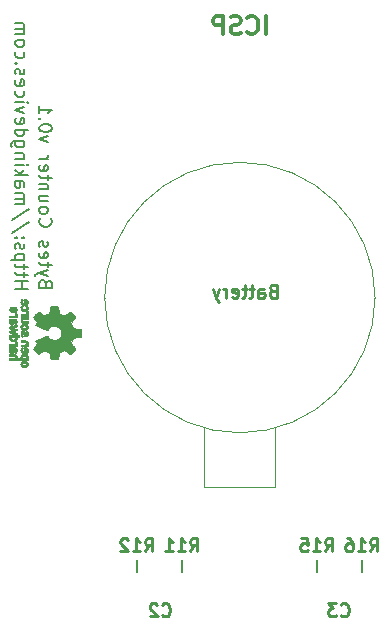
<source format=gbr>
%TF.GenerationSoftware,KiCad,Pcbnew,(5.1.10)-1*%
%TF.CreationDate,2021-07-01T22:54:37+02:00*%
%TF.ProjectId,BytesCounter,42797465-7343-46f7-956e-7465722e6b69,rev?*%
%TF.SameCoordinates,Original*%
%TF.FileFunction,Legend,Bot*%
%TF.FilePolarity,Positive*%
%FSLAX46Y46*%
G04 Gerber Fmt 4.6, Leading zero omitted, Abs format (unit mm)*
G04 Created by KiCad (PCBNEW (5.1.10)-1) date 2021-07-01 22:54:37*
%MOMM*%
%LPD*%
G01*
G04 APERTURE LIST*
%ADD10C,0.200000*%
%ADD11C,0.300000*%
%ADD12C,0.275000*%
%ADD13C,0.010000*%
%ADD14C,0.100000*%
%ADD15C,0.254000*%
G04 APERTURE END LIST*
D10*
X104578571Y-56807142D02*
X104526190Y-56650000D01*
X104473809Y-56597619D01*
X104369047Y-56545238D01*
X104211904Y-56545238D01*
X104107142Y-56597619D01*
X104054761Y-56650000D01*
X104002380Y-56754761D01*
X104002380Y-57173809D01*
X105102380Y-57173809D01*
X105102380Y-56807142D01*
X105050000Y-56702380D01*
X104997619Y-56650000D01*
X104892857Y-56597619D01*
X104788095Y-56597619D01*
X104683333Y-56650000D01*
X104630952Y-56702380D01*
X104578571Y-56807142D01*
X104578571Y-57173809D01*
X104735714Y-56178571D02*
X104002380Y-55916666D01*
X104735714Y-55654761D02*
X104002380Y-55916666D01*
X103740476Y-56021428D01*
X103688095Y-56073809D01*
X103635714Y-56178571D01*
X104735714Y-55392857D02*
X104735714Y-54973809D01*
X105102380Y-55235714D02*
X104159523Y-55235714D01*
X104054761Y-55183333D01*
X104002380Y-55078571D01*
X104002380Y-54973809D01*
X104054761Y-54188095D02*
X104002380Y-54292857D01*
X104002380Y-54502380D01*
X104054761Y-54607142D01*
X104159523Y-54659523D01*
X104578571Y-54659523D01*
X104683333Y-54607142D01*
X104735714Y-54502380D01*
X104735714Y-54292857D01*
X104683333Y-54188095D01*
X104578571Y-54135714D01*
X104473809Y-54135714D01*
X104369047Y-54659523D01*
X104054761Y-53716666D02*
X104002380Y-53611904D01*
X104002380Y-53402380D01*
X104054761Y-53297619D01*
X104159523Y-53245238D01*
X104211904Y-53245238D01*
X104316666Y-53297619D01*
X104369047Y-53402380D01*
X104369047Y-53559523D01*
X104421428Y-53664285D01*
X104526190Y-53716666D01*
X104578571Y-53716666D01*
X104683333Y-53664285D01*
X104735714Y-53559523D01*
X104735714Y-53402380D01*
X104683333Y-53297619D01*
X104107142Y-51307142D02*
X104054761Y-51359523D01*
X104002380Y-51516666D01*
X104002380Y-51621428D01*
X104054761Y-51778571D01*
X104159523Y-51883333D01*
X104264285Y-51935714D01*
X104473809Y-51988095D01*
X104630952Y-51988095D01*
X104840476Y-51935714D01*
X104945238Y-51883333D01*
X105050000Y-51778571D01*
X105102380Y-51621428D01*
X105102380Y-51516666D01*
X105050000Y-51359523D01*
X104997619Y-51307142D01*
X104002380Y-50678571D02*
X104054761Y-50783333D01*
X104107142Y-50835714D01*
X104211904Y-50888095D01*
X104526190Y-50888095D01*
X104630952Y-50835714D01*
X104683333Y-50783333D01*
X104735714Y-50678571D01*
X104735714Y-50521428D01*
X104683333Y-50416666D01*
X104630952Y-50364285D01*
X104526190Y-50311904D01*
X104211904Y-50311904D01*
X104107142Y-50364285D01*
X104054761Y-50416666D01*
X104002380Y-50521428D01*
X104002380Y-50678571D01*
X104735714Y-49369047D02*
X104002380Y-49369047D01*
X104735714Y-49840476D02*
X104159523Y-49840476D01*
X104054761Y-49788095D01*
X104002380Y-49683333D01*
X104002380Y-49526190D01*
X104054761Y-49421428D01*
X104107142Y-49369047D01*
X104735714Y-48845238D02*
X104002380Y-48845238D01*
X104630952Y-48845238D02*
X104683333Y-48792857D01*
X104735714Y-48688095D01*
X104735714Y-48530952D01*
X104683333Y-48426190D01*
X104578571Y-48373809D01*
X104002380Y-48373809D01*
X104735714Y-48007142D02*
X104735714Y-47588095D01*
X105102380Y-47850000D02*
X104159523Y-47850000D01*
X104054761Y-47797619D01*
X104002380Y-47692857D01*
X104002380Y-47588095D01*
X104054761Y-46802380D02*
X104002380Y-46907142D01*
X104002380Y-47116666D01*
X104054761Y-47221428D01*
X104159523Y-47273809D01*
X104578571Y-47273809D01*
X104683333Y-47221428D01*
X104735714Y-47116666D01*
X104735714Y-46907142D01*
X104683333Y-46802380D01*
X104578571Y-46750000D01*
X104473809Y-46750000D01*
X104369047Y-47273809D01*
X104002380Y-46278571D02*
X104735714Y-46278571D01*
X104526190Y-46278571D02*
X104630952Y-46226190D01*
X104683333Y-46173809D01*
X104735714Y-46069047D01*
X104735714Y-45964285D01*
X104735714Y-44864285D02*
X104002380Y-44602380D01*
X104735714Y-44340476D01*
X105102380Y-43711904D02*
X105102380Y-43607142D01*
X105050000Y-43502380D01*
X104997619Y-43450000D01*
X104892857Y-43397619D01*
X104683333Y-43345238D01*
X104421428Y-43345238D01*
X104211904Y-43397619D01*
X104107142Y-43450000D01*
X104054761Y-43502380D01*
X104002380Y-43607142D01*
X104002380Y-43711904D01*
X104054761Y-43816666D01*
X104107142Y-43869047D01*
X104211904Y-43921428D01*
X104421428Y-43973809D01*
X104683333Y-43973809D01*
X104892857Y-43921428D01*
X104997619Y-43869047D01*
X105050000Y-43816666D01*
X105102380Y-43711904D01*
X104107142Y-42873809D02*
X104054761Y-42821428D01*
X104002380Y-42873809D01*
X104054761Y-42926190D01*
X104107142Y-42873809D01*
X104002380Y-42873809D01*
X104002380Y-41773809D02*
X104002380Y-42402380D01*
X104002380Y-42088095D02*
X105102380Y-42088095D01*
X104945238Y-42192857D01*
X104840476Y-42297619D01*
X104788095Y-42402380D01*
X102002380Y-57235714D02*
X103102380Y-57235714D01*
X102578571Y-57235714D02*
X102578571Y-56607142D01*
X102002380Y-56607142D02*
X103102380Y-56607142D01*
X102735714Y-56240476D02*
X102735714Y-55821428D01*
X103102380Y-56083333D02*
X102159523Y-56083333D01*
X102054761Y-56030952D01*
X102002380Y-55926190D01*
X102002380Y-55821428D01*
X102735714Y-55611904D02*
X102735714Y-55192857D01*
X103102380Y-55454761D02*
X102159523Y-55454761D01*
X102054761Y-55402380D01*
X102002380Y-55297619D01*
X102002380Y-55192857D01*
X102735714Y-54826190D02*
X101635714Y-54826190D01*
X102683333Y-54826190D02*
X102735714Y-54721428D01*
X102735714Y-54511904D01*
X102683333Y-54407142D01*
X102630952Y-54354761D01*
X102526190Y-54302380D01*
X102211904Y-54302380D01*
X102107142Y-54354761D01*
X102054761Y-54407142D01*
X102002380Y-54511904D01*
X102002380Y-54721428D01*
X102054761Y-54826190D01*
X102054761Y-53883333D02*
X102002380Y-53778571D01*
X102002380Y-53569047D01*
X102054761Y-53464285D01*
X102159523Y-53411904D01*
X102211904Y-53411904D01*
X102316666Y-53464285D01*
X102369047Y-53569047D01*
X102369047Y-53726190D01*
X102421428Y-53830952D01*
X102526190Y-53883333D01*
X102578571Y-53883333D01*
X102683333Y-53830952D01*
X102735714Y-53726190D01*
X102735714Y-53569047D01*
X102683333Y-53464285D01*
X102107142Y-52940476D02*
X102054761Y-52888095D01*
X102002380Y-52940476D01*
X102054761Y-52992857D01*
X102107142Y-52940476D01*
X102002380Y-52940476D01*
X102683333Y-52940476D02*
X102630952Y-52888095D01*
X102578571Y-52940476D01*
X102630952Y-52992857D01*
X102683333Y-52940476D01*
X102578571Y-52940476D01*
X103154761Y-51630952D02*
X101740476Y-52573809D01*
X103154761Y-50478571D02*
X101740476Y-51421428D01*
X102002380Y-50111904D02*
X102735714Y-50111904D01*
X102630952Y-50111904D02*
X102683333Y-50059523D01*
X102735714Y-49954761D01*
X102735714Y-49797619D01*
X102683333Y-49692857D01*
X102578571Y-49640476D01*
X102002380Y-49640476D01*
X102578571Y-49640476D02*
X102683333Y-49588095D01*
X102735714Y-49483333D01*
X102735714Y-49326190D01*
X102683333Y-49221428D01*
X102578571Y-49169047D01*
X102002380Y-49169047D01*
X102002380Y-48173809D02*
X102578571Y-48173809D01*
X102683333Y-48226190D01*
X102735714Y-48330952D01*
X102735714Y-48540476D01*
X102683333Y-48645238D01*
X102054761Y-48173809D02*
X102002380Y-48278571D01*
X102002380Y-48540476D01*
X102054761Y-48645238D01*
X102159523Y-48697619D01*
X102264285Y-48697619D01*
X102369047Y-48645238D01*
X102421428Y-48540476D01*
X102421428Y-48278571D01*
X102473809Y-48173809D01*
X102002380Y-47650000D02*
X103102380Y-47650000D01*
X102421428Y-47545238D02*
X102002380Y-47230952D01*
X102735714Y-47230952D02*
X102316666Y-47650000D01*
X102002380Y-46759523D02*
X102735714Y-46759523D01*
X103102380Y-46759523D02*
X103050000Y-46811904D01*
X102997619Y-46759523D01*
X103050000Y-46707142D01*
X103102380Y-46759523D01*
X102997619Y-46759523D01*
X102735714Y-46235714D02*
X102002380Y-46235714D01*
X102630952Y-46235714D02*
X102683333Y-46183333D01*
X102735714Y-46078571D01*
X102735714Y-45921428D01*
X102683333Y-45816666D01*
X102578571Y-45764285D01*
X102002380Y-45764285D01*
X102735714Y-44769047D02*
X101845238Y-44769047D01*
X101740476Y-44821428D01*
X101688095Y-44873809D01*
X101635714Y-44978571D01*
X101635714Y-45135714D01*
X101688095Y-45240476D01*
X102054761Y-44769047D02*
X102002380Y-44873809D01*
X102002380Y-45083333D01*
X102054761Y-45188095D01*
X102107142Y-45240476D01*
X102211904Y-45292857D01*
X102526190Y-45292857D01*
X102630952Y-45240476D01*
X102683333Y-45188095D01*
X102735714Y-45083333D01*
X102735714Y-44873809D01*
X102683333Y-44769047D01*
X102002380Y-43773809D02*
X103102380Y-43773809D01*
X102054761Y-43773809D02*
X102002380Y-43878571D01*
X102002380Y-44088095D01*
X102054761Y-44192857D01*
X102107142Y-44245238D01*
X102211904Y-44297619D01*
X102526190Y-44297619D01*
X102630952Y-44245238D01*
X102683333Y-44192857D01*
X102735714Y-44088095D01*
X102735714Y-43878571D01*
X102683333Y-43773809D01*
X102054761Y-42830952D02*
X102002380Y-42935714D01*
X102002380Y-43145238D01*
X102054761Y-43250000D01*
X102159523Y-43302380D01*
X102578571Y-43302380D01*
X102683333Y-43250000D01*
X102735714Y-43145238D01*
X102735714Y-42935714D01*
X102683333Y-42830952D01*
X102578571Y-42778571D01*
X102473809Y-42778571D01*
X102369047Y-43302380D01*
X102735714Y-42411904D02*
X102002380Y-42150000D01*
X102735714Y-41888095D01*
X102002380Y-41469047D02*
X102735714Y-41469047D01*
X103102380Y-41469047D02*
X103050000Y-41521428D01*
X102997619Y-41469047D01*
X103050000Y-41416666D01*
X103102380Y-41469047D01*
X102997619Y-41469047D01*
X102054761Y-40473809D02*
X102002380Y-40578571D01*
X102002380Y-40788095D01*
X102054761Y-40892857D01*
X102107142Y-40945238D01*
X102211904Y-40997619D01*
X102526190Y-40997619D01*
X102630952Y-40945238D01*
X102683333Y-40892857D01*
X102735714Y-40788095D01*
X102735714Y-40578571D01*
X102683333Y-40473809D01*
X102054761Y-39583333D02*
X102002380Y-39688095D01*
X102002380Y-39897619D01*
X102054761Y-40002380D01*
X102159523Y-40054761D01*
X102578571Y-40054761D01*
X102683333Y-40002380D01*
X102735714Y-39897619D01*
X102735714Y-39688095D01*
X102683333Y-39583333D01*
X102578571Y-39530952D01*
X102473809Y-39530952D01*
X102369047Y-40054761D01*
X102054761Y-39111904D02*
X102002380Y-39007142D01*
X102002380Y-38797619D01*
X102054761Y-38692857D01*
X102159523Y-38640476D01*
X102211904Y-38640476D01*
X102316666Y-38692857D01*
X102369047Y-38797619D01*
X102369047Y-38954761D01*
X102421428Y-39059523D01*
X102526190Y-39111904D01*
X102578571Y-39111904D01*
X102683333Y-39059523D01*
X102735714Y-38954761D01*
X102735714Y-38797619D01*
X102683333Y-38692857D01*
X102107142Y-38169047D02*
X102054761Y-38116666D01*
X102002380Y-38169047D01*
X102054761Y-38221428D01*
X102107142Y-38169047D01*
X102002380Y-38169047D01*
X102054761Y-37173809D02*
X102002380Y-37278571D01*
X102002380Y-37488095D01*
X102054761Y-37592857D01*
X102107142Y-37645238D01*
X102211904Y-37697619D01*
X102526190Y-37697619D01*
X102630952Y-37645238D01*
X102683333Y-37592857D01*
X102735714Y-37488095D01*
X102735714Y-37278571D01*
X102683333Y-37173809D01*
X102002380Y-36545238D02*
X102054761Y-36650000D01*
X102107142Y-36702380D01*
X102211904Y-36754761D01*
X102526190Y-36754761D01*
X102630952Y-36702380D01*
X102683333Y-36650000D01*
X102735714Y-36545238D01*
X102735714Y-36388095D01*
X102683333Y-36283333D01*
X102630952Y-36230952D01*
X102526190Y-36178571D01*
X102211904Y-36178571D01*
X102107142Y-36230952D01*
X102054761Y-36283333D01*
X102002380Y-36388095D01*
X102002380Y-36545238D01*
X102002380Y-35707142D02*
X102735714Y-35707142D01*
X102630952Y-35707142D02*
X102683333Y-35654761D01*
X102735714Y-35550000D01*
X102735714Y-35392857D01*
X102683333Y-35288095D01*
X102578571Y-35235714D01*
X102002380Y-35235714D01*
X102578571Y-35235714D02*
X102683333Y-35183333D01*
X102735714Y-35078571D01*
X102735714Y-34921428D01*
X102683333Y-34816666D01*
X102578571Y-34764285D01*
X102002380Y-34764285D01*
D11*
X123214285Y-35678571D02*
X123214285Y-34178571D01*
X121642857Y-35535714D02*
X121714285Y-35607142D01*
X121928571Y-35678571D01*
X122071428Y-35678571D01*
X122285714Y-35607142D01*
X122428571Y-35464285D01*
X122500000Y-35321428D01*
X122571428Y-35035714D01*
X122571428Y-34821428D01*
X122500000Y-34535714D01*
X122428571Y-34392857D01*
X122285714Y-34250000D01*
X122071428Y-34178571D01*
X121928571Y-34178571D01*
X121714285Y-34250000D01*
X121642857Y-34321428D01*
X121071428Y-35607142D02*
X120857142Y-35678571D01*
X120500000Y-35678571D01*
X120357142Y-35607142D01*
X120285714Y-35535714D01*
X120214285Y-35392857D01*
X120214285Y-35250000D01*
X120285714Y-35107142D01*
X120357142Y-35035714D01*
X120500000Y-34964285D01*
X120785714Y-34892857D01*
X120928571Y-34821428D01*
X121000000Y-34750000D01*
X121071428Y-34607142D01*
X121071428Y-34464285D01*
X121000000Y-34321428D01*
X120928571Y-34250000D01*
X120785714Y-34178571D01*
X120428571Y-34178571D01*
X120214285Y-34250000D01*
X119571428Y-35678571D02*
X119571428Y-34178571D01*
X119000000Y-34178571D01*
X118857142Y-34250000D01*
X118785714Y-34321428D01*
X118714285Y-34464285D01*
X118714285Y-34678571D01*
X118785714Y-34821428D01*
X118857142Y-34892857D01*
X119000000Y-34964285D01*
X119571428Y-34964285D01*
D12*
X123778571Y-57421428D02*
X123621428Y-57473809D01*
X123569047Y-57526190D01*
X123516666Y-57630952D01*
X123516666Y-57788095D01*
X123569047Y-57892857D01*
X123621428Y-57945238D01*
X123726190Y-57997619D01*
X124145238Y-57997619D01*
X124145238Y-56897619D01*
X123778571Y-56897619D01*
X123673809Y-56950000D01*
X123621428Y-57002380D01*
X123569047Y-57107142D01*
X123569047Y-57211904D01*
X123621428Y-57316666D01*
X123673809Y-57369047D01*
X123778571Y-57421428D01*
X124145238Y-57421428D01*
X122573809Y-57997619D02*
X122573809Y-57421428D01*
X122626190Y-57316666D01*
X122730952Y-57264285D01*
X122940476Y-57264285D01*
X123045238Y-57316666D01*
X122573809Y-57945238D02*
X122678571Y-57997619D01*
X122940476Y-57997619D01*
X123045238Y-57945238D01*
X123097619Y-57840476D01*
X123097619Y-57735714D01*
X123045238Y-57630952D01*
X122940476Y-57578571D01*
X122678571Y-57578571D01*
X122573809Y-57526190D01*
X122207142Y-57264285D02*
X121788095Y-57264285D01*
X122050000Y-56897619D02*
X122050000Y-57840476D01*
X121997619Y-57945238D01*
X121892857Y-57997619D01*
X121788095Y-57997619D01*
X121578571Y-57264285D02*
X121159523Y-57264285D01*
X121421428Y-56897619D02*
X121421428Y-57840476D01*
X121369047Y-57945238D01*
X121264285Y-57997619D01*
X121159523Y-57997619D01*
X120373809Y-57945238D02*
X120478571Y-57997619D01*
X120688095Y-57997619D01*
X120792857Y-57945238D01*
X120845238Y-57840476D01*
X120845238Y-57421428D01*
X120792857Y-57316666D01*
X120688095Y-57264285D01*
X120478571Y-57264285D01*
X120373809Y-57316666D01*
X120321428Y-57421428D01*
X120321428Y-57526190D01*
X120845238Y-57630952D01*
X119850000Y-57997619D02*
X119850000Y-57264285D01*
X119850000Y-57473809D02*
X119797619Y-57369047D01*
X119745238Y-57316666D01*
X119640476Y-57264285D01*
X119535714Y-57264285D01*
X119273809Y-57264285D02*
X119011904Y-57997619D01*
X118750000Y-57264285D02*
X119011904Y-57997619D01*
X119116666Y-58259523D01*
X119169047Y-58311904D01*
X119273809Y-58364285D01*
D11*
D13*
%TO.C,REF\u002A\u002A*%
G36*
X103030816Y-62908759D02*
G01*
X103017718Y-62882247D01*
X102994894Y-62849553D01*
X102970004Y-62825725D01*
X102938751Y-62809406D01*
X102896834Y-62799240D01*
X102839956Y-62793872D01*
X102763816Y-62791944D01*
X102731083Y-62791831D01*
X102659344Y-62792161D01*
X102608073Y-62793527D01*
X102572596Y-62796500D01*
X102548237Y-62801649D01*
X102530320Y-62809543D01*
X102518098Y-62817757D01*
X102466095Y-62870187D01*
X102434816Y-62931930D01*
X102425408Y-62998536D01*
X102439020Y-63065558D01*
X102448646Y-63086792D01*
X102475141Y-63137624D01*
X102059948Y-63137624D01*
X102079132Y-63100525D01*
X102093975Y-63051643D01*
X102097778Y-62991561D01*
X102090757Y-62931564D01*
X102074987Y-62886256D01*
X102044953Y-62848675D01*
X102001976Y-62816564D01*
X101997564Y-62814150D01*
X101976779Y-62803967D01*
X101955830Y-62796530D01*
X101930452Y-62791411D01*
X101896382Y-62788181D01*
X101849359Y-62786413D01*
X101785118Y-62785677D01*
X101712824Y-62785544D01*
X101482178Y-62785544D01*
X101482178Y-62923861D01*
X101907467Y-62923861D01*
X101940021Y-62962549D01*
X101966060Y-63002738D01*
X101970795Y-63040797D01*
X101958611Y-63079066D01*
X101946680Y-63099462D01*
X101929687Y-63114642D01*
X101904005Y-63125438D01*
X101866009Y-63132683D01*
X101812074Y-63137208D01*
X101738575Y-63139844D01*
X101689653Y-63140772D01*
X101488465Y-63143911D01*
X101484664Y-63209926D01*
X101480864Y-63275940D01*
X102729350Y-63275940D01*
X102729350Y-63137624D01*
X102659746Y-63134097D01*
X102611431Y-63122215D01*
X102581369Y-63100020D01*
X102566529Y-63065559D01*
X102563564Y-63030742D01*
X102566972Y-62991329D01*
X102580383Y-62965171D01*
X102598104Y-62948814D01*
X102617165Y-62935937D01*
X102638399Y-62928272D01*
X102668151Y-62924861D01*
X102712764Y-62924749D01*
X102750120Y-62925897D01*
X102806396Y-62928532D01*
X102843342Y-62932456D01*
X102866777Y-62939063D01*
X102882520Y-62949749D01*
X102891620Y-62959833D01*
X102911463Y-63001970D01*
X102914668Y-63051840D01*
X102907832Y-63080476D01*
X102883536Y-63108828D01*
X102836272Y-63127609D01*
X102766376Y-63136712D01*
X102729350Y-63137624D01*
X102729350Y-63275940D01*
X103041386Y-63275940D01*
X103041386Y-63206782D01*
X103039744Y-63165260D01*
X103033913Y-63143838D01*
X103022539Y-63137626D01*
X103022202Y-63137624D01*
X103011062Y-63134742D01*
X103012327Y-63122030D01*
X103024567Y-63096757D01*
X103043293Y-63037869D01*
X103045261Y-62971615D01*
X103030816Y-62908759D01*
G37*
X103030816Y-62908759D02*
X103017718Y-62882247D01*
X102994894Y-62849553D01*
X102970004Y-62825725D01*
X102938751Y-62809406D01*
X102896834Y-62799240D01*
X102839956Y-62793872D01*
X102763816Y-62791944D01*
X102731083Y-62791831D01*
X102659344Y-62792161D01*
X102608073Y-62793527D01*
X102572596Y-62796500D01*
X102548237Y-62801649D01*
X102530320Y-62809543D01*
X102518098Y-62817757D01*
X102466095Y-62870187D01*
X102434816Y-62931930D01*
X102425408Y-62998536D01*
X102439020Y-63065558D01*
X102448646Y-63086792D01*
X102475141Y-63137624D01*
X102059948Y-63137624D01*
X102079132Y-63100525D01*
X102093975Y-63051643D01*
X102097778Y-62991561D01*
X102090757Y-62931564D01*
X102074987Y-62886256D01*
X102044953Y-62848675D01*
X102001976Y-62816564D01*
X101997564Y-62814150D01*
X101976779Y-62803967D01*
X101955830Y-62796530D01*
X101930452Y-62791411D01*
X101896382Y-62788181D01*
X101849359Y-62786413D01*
X101785118Y-62785677D01*
X101712824Y-62785544D01*
X101482178Y-62785544D01*
X101482178Y-62923861D01*
X101907467Y-62923861D01*
X101940021Y-62962549D01*
X101966060Y-63002738D01*
X101970795Y-63040797D01*
X101958611Y-63079066D01*
X101946680Y-63099462D01*
X101929687Y-63114642D01*
X101904005Y-63125438D01*
X101866009Y-63132683D01*
X101812074Y-63137208D01*
X101738575Y-63139844D01*
X101689653Y-63140772D01*
X101488465Y-63143911D01*
X101484664Y-63209926D01*
X101480864Y-63275940D01*
X102729350Y-63275940D01*
X102729350Y-63137624D01*
X102659746Y-63134097D01*
X102611431Y-63122215D01*
X102581369Y-63100020D01*
X102566529Y-63065559D01*
X102563564Y-63030742D01*
X102566972Y-62991329D01*
X102580383Y-62965171D01*
X102598104Y-62948814D01*
X102617165Y-62935937D01*
X102638399Y-62928272D01*
X102668151Y-62924861D01*
X102712764Y-62924749D01*
X102750120Y-62925897D01*
X102806396Y-62928532D01*
X102843342Y-62932456D01*
X102866777Y-62939063D01*
X102882520Y-62949749D01*
X102891620Y-62959833D01*
X102911463Y-63001970D01*
X102914668Y-63051840D01*
X102907832Y-63080476D01*
X102883536Y-63108828D01*
X102836272Y-63127609D01*
X102766376Y-63136712D01*
X102729350Y-63137624D01*
X102729350Y-63275940D01*
X103041386Y-63275940D01*
X103041386Y-63206782D01*
X103039744Y-63165260D01*
X103033913Y-63143838D01*
X103022539Y-63137626D01*
X103022202Y-63137624D01*
X103011062Y-63134742D01*
X103012327Y-63122030D01*
X103024567Y-63096757D01*
X103043293Y-63037869D01*
X103045261Y-62971615D01*
X103030816Y-62908759D01*
G36*
X102093445Y-62384210D02*
G01*
X102077661Y-62325055D01*
X102049052Y-62280023D01*
X102011581Y-62248246D01*
X101995589Y-62238366D01*
X101978837Y-62231073D01*
X101957408Y-62225974D01*
X101927384Y-62222679D01*
X101884846Y-62220797D01*
X101825878Y-62219937D01*
X101746560Y-62219707D01*
X101725516Y-62219703D01*
X101482178Y-62219703D01*
X101482178Y-62280059D01*
X101484874Y-62318557D01*
X101491705Y-62347023D01*
X101495917Y-62354155D01*
X101503187Y-62373652D01*
X101495917Y-62393566D01*
X101486840Y-62426353D01*
X101483187Y-62473978D01*
X101484772Y-62526764D01*
X101491411Y-62575036D01*
X101499928Y-62603218D01*
X101534937Y-62657753D01*
X101583521Y-62691835D01*
X101648118Y-62707157D01*
X101649777Y-62707299D01*
X101678434Y-62705955D01*
X101678434Y-62584356D01*
X101645839Y-62573726D01*
X101627495Y-62556410D01*
X101613621Y-62521652D01*
X101608083Y-62475773D01*
X101610809Y-62428988D01*
X101621726Y-62391514D01*
X101628731Y-62381015D01*
X101661096Y-62362668D01*
X101697889Y-62358020D01*
X101746237Y-62358020D01*
X101746237Y-62427582D01*
X101741150Y-62493667D01*
X101726737Y-62543764D01*
X101704271Y-62574929D01*
X101678434Y-62584356D01*
X101678434Y-62705955D01*
X101720353Y-62703987D01*
X101776155Y-62680710D01*
X101818353Y-62636948D01*
X101822192Y-62630899D01*
X101834691Y-62604907D01*
X101842260Y-62572735D01*
X101845939Y-62527760D01*
X101846784Y-62474331D01*
X101846831Y-62358020D01*
X101895589Y-62358020D01*
X101933419Y-62362953D01*
X101958764Y-62375543D01*
X101960113Y-62377017D01*
X101971200Y-62405034D01*
X101975497Y-62447326D01*
X101973385Y-62494064D01*
X101965244Y-62535418D01*
X101953035Y-62559957D01*
X101943254Y-62573253D01*
X101941387Y-62587294D01*
X101949400Y-62606671D01*
X101969261Y-62635976D01*
X102002937Y-62679803D01*
X102006091Y-62683825D01*
X102017764Y-62681764D01*
X102037178Y-62664568D01*
X102058752Y-62638433D01*
X102076904Y-62609552D01*
X102081191Y-62600478D01*
X102089744Y-62567380D01*
X102095845Y-62518880D01*
X102098292Y-62464695D01*
X102098297Y-62462161D01*
X102093445Y-62384210D01*
G37*
X102093445Y-62384210D02*
X102077661Y-62325055D01*
X102049052Y-62280023D01*
X102011581Y-62248246D01*
X101995589Y-62238366D01*
X101978837Y-62231073D01*
X101957408Y-62225974D01*
X101927384Y-62222679D01*
X101884846Y-62220797D01*
X101825878Y-62219937D01*
X101746560Y-62219707D01*
X101725516Y-62219703D01*
X101482178Y-62219703D01*
X101482178Y-62280059D01*
X101484874Y-62318557D01*
X101491705Y-62347023D01*
X101495917Y-62354155D01*
X101503187Y-62373652D01*
X101495917Y-62393566D01*
X101486840Y-62426353D01*
X101483187Y-62473978D01*
X101484772Y-62526764D01*
X101491411Y-62575036D01*
X101499928Y-62603218D01*
X101534937Y-62657753D01*
X101583521Y-62691835D01*
X101648118Y-62707157D01*
X101649777Y-62707299D01*
X101678434Y-62705955D01*
X101678434Y-62584356D01*
X101645839Y-62573726D01*
X101627495Y-62556410D01*
X101613621Y-62521652D01*
X101608083Y-62475773D01*
X101610809Y-62428988D01*
X101621726Y-62391514D01*
X101628731Y-62381015D01*
X101661096Y-62362668D01*
X101697889Y-62358020D01*
X101746237Y-62358020D01*
X101746237Y-62427582D01*
X101741150Y-62493667D01*
X101726737Y-62543764D01*
X101704271Y-62574929D01*
X101678434Y-62584356D01*
X101678434Y-62705955D01*
X101720353Y-62703987D01*
X101776155Y-62680710D01*
X101818353Y-62636948D01*
X101822192Y-62630899D01*
X101834691Y-62604907D01*
X101842260Y-62572735D01*
X101845939Y-62527760D01*
X101846784Y-62474331D01*
X101846831Y-62358020D01*
X101895589Y-62358020D01*
X101933419Y-62362953D01*
X101958764Y-62375543D01*
X101960113Y-62377017D01*
X101971200Y-62405034D01*
X101975497Y-62447326D01*
X101973385Y-62494064D01*
X101965244Y-62535418D01*
X101953035Y-62559957D01*
X101943254Y-62573253D01*
X101941387Y-62587294D01*
X101949400Y-62606671D01*
X101969261Y-62635976D01*
X102002937Y-62679803D01*
X102006091Y-62683825D01*
X102017764Y-62681764D01*
X102037178Y-62664568D01*
X102058752Y-62638433D01*
X102076904Y-62609552D01*
X102081191Y-62600478D01*
X102089744Y-62567380D01*
X102095845Y-62518880D01*
X102098292Y-62464695D01*
X102098297Y-62462161D01*
X102093445Y-62384210D01*
G36*
X102096980Y-61993356D02*
G01*
X102091340Y-61974539D01*
X102078947Y-61968473D01*
X102073353Y-61968218D01*
X102057770Y-61967129D01*
X102055324Y-61959632D01*
X102066007Y-61939381D01*
X102073306Y-61927351D01*
X102088937Y-61889400D01*
X102096666Y-61844072D01*
X102097260Y-61796544D01*
X102091487Y-61751995D01*
X102080116Y-61715602D01*
X102063912Y-61692543D01*
X102043645Y-61687996D01*
X102038157Y-61690291D01*
X102015374Y-61707020D01*
X101987353Y-61732963D01*
X101982823Y-61737655D01*
X101961995Y-61762383D01*
X101955265Y-61783718D01*
X101959962Y-61813555D01*
X101963083Y-61825508D01*
X101970579Y-61862705D01*
X101967208Y-61888859D01*
X101955319Y-61910946D01*
X101939365Y-61931178D01*
X101919300Y-61946079D01*
X101891298Y-61956434D01*
X101851533Y-61963029D01*
X101796177Y-61966649D01*
X101721406Y-61968078D01*
X101676260Y-61968218D01*
X101482178Y-61968218D01*
X101482178Y-62093960D01*
X102098317Y-62093960D01*
X102098317Y-62031089D01*
X102096980Y-61993356D01*
G37*
X102096980Y-61993356D02*
X102091340Y-61974539D01*
X102078947Y-61968473D01*
X102073353Y-61968218D01*
X102057770Y-61967129D01*
X102055324Y-61959632D01*
X102066007Y-61939381D01*
X102073306Y-61927351D01*
X102088937Y-61889400D01*
X102096666Y-61844072D01*
X102097260Y-61796544D01*
X102091487Y-61751995D01*
X102080116Y-61715602D01*
X102063912Y-61692543D01*
X102043645Y-61687996D01*
X102038157Y-61690291D01*
X102015374Y-61707020D01*
X101987353Y-61732963D01*
X101982823Y-61737655D01*
X101961995Y-61762383D01*
X101955265Y-61783718D01*
X101959962Y-61813555D01*
X101963083Y-61825508D01*
X101970579Y-61862705D01*
X101967208Y-61888859D01*
X101955319Y-61910946D01*
X101939365Y-61931178D01*
X101919300Y-61946079D01*
X101891298Y-61956434D01*
X101851533Y-61963029D01*
X101796177Y-61966649D01*
X101721406Y-61968078D01*
X101676260Y-61968218D01*
X101482178Y-61968218D01*
X101482178Y-62093960D01*
X102098317Y-62093960D01*
X102098317Y-62031089D01*
X102096980Y-61993356D01*
G36*
X101482178Y-61201188D02*
G01*
X101482178Y-61270346D01*
X101483355Y-61310488D01*
X101488228Y-61331394D01*
X101498814Y-61338922D01*
X101505971Y-61339505D01*
X101520324Y-61340774D01*
X101523077Y-61348779D01*
X101514229Y-61369815D01*
X101505971Y-61386173D01*
X101486403Y-61448977D01*
X101485271Y-61517248D01*
X101499865Y-61572752D01*
X101535123Y-61624438D01*
X101587165Y-61663838D01*
X101648550Y-61685413D01*
X101651982Y-61685962D01*
X101689429Y-61689167D01*
X101743187Y-61690761D01*
X101783845Y-61690633D01*
X101783845Y-61553279D01*
X101729806Y-61550097D01*
X101685265Y-61542859D01*
X101660112Y-61533060D01*
X101625740Y-61495989D01*
X101613418Y-61451974D01*
X101623382Y-61406584D01*
X101653105Y-61367797D01*
X101673095Y-61353108D01*
X101696950Y-61344519D01*
X101731770Y-61340496D01*
X101784070Y-61339505D01*
X101835861Y-61341278D01*
X101881366Y-61345963D01*
X101911819Y-61352603D01*
X101914548Y-61353710D01*
X101947000Y-61380491D01*
X101964817Y-61419579D01*
X101967694Y-61463315D01*
X101955326Y-61504038D01*
X101927407Y-61534087D01*
X101921852Y-61537204D01*
X101887978Y-61546961D01*
X101839272Y-61552277D01*
X101783845Y-61553279D01*
X101783845Y-61690633D01*
X101804460Y-61690568D01*
X101837437Y-61689664D01*
X101919019Y-61683514D01*
X101980270Y-61670733D01*
X102025551Y-61649471D01*
X102059221Y-61617878D01*
X102078986Y-61587207D01*
X102092880Y-61544354D01*
X102097646Y-61491056D01*
X102093764Y-61436480D01*
X102081718Y-61389792D01*
X102067307Y-61365124D01*
X102044122Y-61339505D01*
X102337227Y-61339505D01*
X102337227Y-61201188D01*
X101482178Y-61201188D01*
G37*
X101482178Y-61201188D02*
X101482178Y-61270346D01*
X101483355Y-61310488D01*
X101488228Y-61331394D01*
X101498814Y-61338922D01*
X101505971Y-61339505D01*
X101520324Y-61340774D01*
X101523077Y-61348779D01*
X101514229Y-61369815D01*
X101505971Y-61386173D01*
X101486403Y-61448977D01*
X101485271Y-61517248D01*
X101499865Y-61572752D01*
X101535123Y-61624438D01*
X101587165Y-61663838D01*
X101648550Y-61685413D01*
X101651982Y-61685962D01*
X101689429Y-61689167D01*
X101743187Y-61690761D01*
X101783845Y-61690633D01*
X101783845Y-61553279D01*
X101729806Y-61550097D01*
X101685265Y-61542859D01*
X101660112Y-61533060D01*
X101625740Y-61495989D01*
X101613418Y-61451974D01*
X101623382Y-61406584D01*
X101653105Y-61367797D01*
X101673095Y-61353108D01*
X101696950Y-61344519D01*
X101731770Y-61340496D01*
X101784070Y-61339505D01*
X101835861Y-61341278D01*
X101881366Y-61345963D01*
X101911819Y-61352603D01*
X101914548Y-61353710D01*
X101947000Y-61380491D01*
X101964817Y-61419579D01*
X101967694Y-61463315D01*
X101955326Y-61504038D01*
X101927407Y-61534087D01*
X101921852Y-61537204D01*
X101887978Y-61546961D01*
X101839272Y-61552277D01*
X101783845Y-61553279D01*
X101783845Y-61690633D01*
X101804460Y-61690568D01*
X101837437Y-61689664D01*
X101919019Y-61683514D01*
X101980270Y-61670733D01*
X102025551Y-61649471D01*
X102059221Y-61617878D01*
X102078986Y-61587207D01*
X102092880Y-61544354D01*
X102097646Y-61491056D01*
X102093764Y-61436480D01*
X102081718Y-61389792D01*
X102067307Y-61365124D01*
X102044122Y-61339505D01*
X102337227Y-61339505D01*
X102337227Y-61201188D01*
X101482178Y-61201188D01*
G36*
X102095763Y-60718476D02*
G01*
X102092029Y-60668745D01*
X101702227Y-60538709D01*
X101771386Y-60518322D01*
X101814126Y-60506054D01*
X101871885Y-60489915D01*
X101935375Y-60472488D01*
X101969430Y-60463274D01*
X102098317Y-60428612D01*
X102098317Y-60285609D01*
X101963143Y-60328354D01*
X101896658Y-60349404D01*
X101816461Y-60374833D01*
X101732807Y-60401390D01*
X101658218Y-60425098D01*
X101488465Y-60479098D01*
X101484672Y-60537402D01*
X101480878Y-60595705D01*
X101585266Y-60627321D01*
X101650111Y-60646818D01*
X101721600Y-60668096D01*
X101784737Y-60686692D01*
X101787250Y-60687426D01*
X101830031Y-60701316D01*
X101859221Y-60713571D01*
X101870259Y-60722154D01*
X101868982Y-60723918D01*
X101851870Y-60730109D01*
X101815213Y-60741872D01*
X101763622Y-60757775D01*
X101701706Y-60776386D01*
X101667648Y-60786457D01*
X101482178Y-60840993D01*
X101482178Y-60956736D01*
X101774529Y-61049263D01*
X101856538Y-61075256D01*
X101931013Y-61098934D01*
X101994456Y-61119180D01*
X102043368Y-61134874D01*
X102074251Y-61144898D01*
X102083274Y-61147945D01*
X102092513Y-61145533D01*
X102096559Y-61126592D01*
X102096154Y-61087177D01*
X102095848Y-61081007D01*
X102092029Y-61007914D01*
X101915990Y-60960043D01*
X101851789Y-60942447D01*
X101795351Y-60926723D01*
X101751578Y-60914254D01*
X101725370Y-60906426D01*
X101721097Y-60904980D01*
X101726010Y-60898986D01*
X101751468Y-60886899D01*
X101794003Y-60870107D01*
X101850150Y-60849997D01*
X101900870Y-60832997D01*
X102099496Y-60768206D01*
X102095763Y-60718476D01*
G37*
X102095763Y-60718476D02*
X102092029Y-60668745D01*
X101702227Y-60538709D01*
X101771386Y-60518322D01*
X101814126Y-60506054D01*
X101871885Y-60489915D01*
X101935375Y-60472488D01*
X101969430Y-60463274D01*
X102098317Y-60428612D01*
X102098317Y-60285609D01*
X101963143Y-60328354D01*
X101896658Y-60349404D01*
X101816461Y-60374833D01*
X101732807Y-60401390D01*
X101658218Y-60425098D01*
X101488465Y-60479098D01*
X101484672Y-60537402D01*
X101480878Y-60595705D01*
X101585266Y-60627321D01*
X101650111Y-60646818D01*
X101721600Y-60668096D01*
X101784737Y-60686692D01*
X101787250Y-60687426D01*
X101830031Y-60701316D01*
X101859221Y-60713571D01*
X101870259Y-60722154D01*
X101868982Y-60723918D01*
X101851870Y-60730109D01*
X101815213Y-60741872D01*
X101763622Y-60757775D01*
X101701706Y-60776386D01*
X101667648Y-60786457D01*
X101482178Y-60840993D01*
X101482178Y-60956736D01*
X101774529Y-61049263D01*
X101856538Y-61075256D01*
X101931013Y-61098934D01*
X101994456Y-61119180D01*
X102043368Y-61134874D01*
X102074251Y-61144898D01*
X102083274Y-61147945D01*
X102092513Y-61145533D01*
X102096559Y-61126592D01*
X102096154Y-61087177D01*
X102095848Y-61081007D01*
X102092029Y-61007914D01*
X101915990Y-60960043D01*
X101851789Y-60942447D01*
X101795351Y-60926723D01*
X101751578Y-60914254D01*
X101725370Y-60906426D01*
X101721097Y-60904980D01*
X101726010Y-60898986D01*
X101751468Y-60886899D01*
X101794003Y-60870107D01*
X101850150Y-60849997D01*
X101900870Y-60832997D01*
X102099496Y-60768206D01*
X102095763Y-60718476D01*
G36*
X102094583Y-59961589D02*
G01*
X102081710Y-59908589D01*
X102074890Y-59893269D01*
X102057026Y-59863572D01*
X102036907Y-59840780D01*
X102011038Y-59823917D01*
X101975927Y-59812002D01*
X101928080Y-59804058D01*
X101864004Y-59799106D01*
X101780206Y-59796169D01*
X101724232Y-59795053D01*
X101482178Y-59790948D01*
X101482178Y-59861068D01*
X101483962Y-59903607D01*
X101490058Y-59925524D01*
X101500294Y-59931188D01*
X101511363Y-59934179D01*
X101509246Y-59947549D01*
X101500371Y-59965767D01*
X101486767Y-60011376D01*
X101483101Y-60069993D01*
X101489097Y-60131646D01*
X101504479Y-60186362D01*
X101506614Y-60191270D01*
X101541745Y-60241277D01*
X101590581Y-60274244D01*
X101647667Y-60289413D01*
X101668176Y-60288254D01*
X101668176Y-60164492D01*
X101640575Y-60153587D01*
X101620796Y-60121255D01*
X101610181Y-60069090D01*
X101608772Y-60041213D01*
X101612380Y-59994753D01*
X101626403Y-59963871D01*
X101633069Y-59956336D01*
X101669334Y-59935924D01*
X101702227Y-59931188D01*
X101746237Y-59931188D01*
X101746237Y-59992487D01*
X101742605Y-60063744D01*
X101731182Y-60113724D01*
X101711176Y-60145304D01*
X101702257Y-60152374D01*
X101668176Y-60164492D01*
X101668176Y-60288254D01*
X101707544Y-60286029D01*
X101764756Y-60263337D01*
X101803420Y-60232376D01*
X101820136Y-60213624D01*
X101831122Y-60195267D01*
X101837820Y-60171381D01*
X101841674Y-60136043D01*
X101844127Y-60083331D01*
X101844832Y-60062423D01*
X101849121Y-59931188D01*
X101888842Y-59931380D01*
X101930595Y-59936463D01*
X101955842Y-59954838D01*
X101971970Y-59991961D01*
X101972258Y-59992957D01*
X101978600Y-60045590D01*
X101970316Y-60097094D01*
X101950173Y-60135370D01*
X101940227Y-60150728D01*
X101941603Y-60167270D01*
X101956013Y-60192725D01*
X101966183Y-60207672D01*
X101987912Y-60236909D01*
X102004200Y-60255020D01*
X102008863Y-60257926D01*
X102032995Y-60245960D01*
X102061815Y-60210604D01*
X102071539Y-60195247D01*
X102088286Y-60151099D01*
X102097773Y-60091602D01*
X102099905Y-60025513D01*
X102094583Y-59961589D01*
G37*
X102094583Y-59961589D02*
X102081710Y-59908589D01*
X102074890Y-59893269D01*
X102057026Y-59863572D01*
X102036907Y-59840780D01*
X102011038Y-59823917D01*
X101975927Y-59812002D01*
X101928080Y-59804058D01*
X101864004Y-59799106D01*
X101780206Y-59796169D01*
X101724232Y-59795053D01*
X101482178Y-59790948D01*
X101482178Y-59861068D01*
X101483962Y-59903607D01*
X101490058Y-59925524D01*
X101500294Y-59931188D01*
X101511363Y-59934179D01*
X101509246Y-59947549D01*
X101500371Y-59965767D01*
X101486767Y-60011376D01*
X101483101Y-60069993D01*
X101489097Y-60131646D01*
X101504479Y-60186362D01*
X101506614Y-60191270D01*
X101541745Y-60241277D01*
X101590581Y-60274244D01*
X101647667Y-60289413D01*
X101668176Y-60288254D01*
X101668176Y-60164492D01*
X101640575Y-60153587D01*
X101620796Y-60121255D01*
X101610181Y-60069090D01*
X101608772Y-60041213D01*
X101612380Y-59994753D01*
X101626403Y-59963871D01*
X101633069Y-59956336D01*
X101669334Y-59935924D01*
X101702227Y-59931188D01*
X101746237Y-59931188D01*
X101746237Y-59992487D01*
X101742605Y-60063744D01*
X101731182Y-60113724D01*
X101711176Y-60145304D01*
X101702257Y-60152374D01*
X101668176Y-60164492D01*
X101668176Y-60288254D01*
X101707544Y-60286029D01*
X101764756Y-60263337D01*
X101803420Y-60232376D01*
X101820136Y-60213624D01*
X101831122Y-60195267D01*
X101837820Y-60171381D01*
X101841674Y-60136043D01*
X101844127Y-60083331D01*
X101844832Y-60062423D01*
X101849121Y-59931188D01*
X101888842Y-59931380D01*
X101930595Y-59936463D01*
X101955842Y-59954838D01*
X101971970Y-59991961D01*
X101972258Y-59992957D01*
X101978600Y-60045590D01*
X101970316Y-60097094D01*
X101950173Y-60135370D01*
X101940227Y-60150728D01*
X101941603Y-60167270D01*
X101956013Y-60192725D01*
X101966183Y-60207672D01*
X101987912Y-60236909D01*
X102004200Y-60255020D01*
X102008863Y-60257926D01*
X102032995Y-60245960D01*
X102061815Y-60210604D01*
X102071539Y-60195247D01*
X102088286Y-60151099D01*
X102097773Y-60091602D01*
X102099905Y-60025513D01*
X102094583Y-59961589D01*
G36*
X102098514Y-59364745D02*
G01*
X102088985Y-59316405D01*
X102074875Y-59288886D01*
X102051432Y-59259936D01*
X101999429Y-59301124D01*
X101967936Y-59326518D01*
X101952572Y-59343762D01*
X101950224Y-59360898D01*
X101957783Y-59385973D01*
X101962059Y-59397743D01*
X101968369Y-59445730D01*
X101954844Y-59489676D01*
X101924290Y-59521940D01*
X101914548Y-59527181D01*
X101888742Y-59532888D01*
X101841183Y-59537294D01*
X101775242Y-59540189D01*
X101694290Y-59541369D01*
X101682774Y-59541386D01*
X101482178Y-59541386D01*
X101482178Y-59679703D01*
X102098317Y-59679703D01*
X102098317Y-59610544D01*
X102097275Y-59570667D01*
X102092642Y-59549893D01*
X102082151Y-59542211D01*
X102072255Y-59541386D01*
X102046194Y-59541386D01*
X102072255Y-59508255D01*
X102090035Y-59470265D01*
X102098826Y-59419230D01*
X102098514Y-59364745D01*
G37*
X102098514Y-59364745D02*
X102088985Y-59316405D01*
X102074875Y-59288886D01*
X102051432Y-59259936D01*
X101999429Y-59301124D01*
X101967936Y-59326518D01*
X101952572Y-59343762D01*
X101950224Y-59360898D01*
X101957783Y-59385973D01*
X101962059Y-59397743D01*
X101968369Y-59445730D01*
X101954844Y-59489676D01*
X101924290Y-59521940D01*
X101914548Y-59527181D01*
X101888742Y-59532888D01*
X101841183Y-59537294D01*
X101775242Y-59540189D01*
X101694290Y-59541369D01*
X101682774Y-59541386D01*
X101482178Y-59541386D01*
X101482178Y-59679703D01*
X102098317Y-59679703D01*
X102098317Y-59610544D01*
X102097275Y-59570667D01*
X102092642Y-59549893D01*
X102082151Y-59542211D01*
X102072255Y-59541386D01*
X102046194Y-59541386D01*
X102072255Y-59508255D01*
X102090035Y-59470265D01*
X102098826Y-59419230D01*
X102098514Y-59364745D01*
G36*
X102095030Y-58967419D02*
G01*
X102079403Y-58907315D01*
X102047152Y-58856979D01*
X102023060Y-58832607D01*
X101966105Y-58792655D01*
X101900035Y-58769758D01*
X101818818Y-58761892D01*
X101812252Y-58761852D01*
X101746237Y-58761782D01*
X101746237Y-59141736D01*
X101711658Y-59133637D01*
X101680341Y-59119013D01*
X101647709Y-59093419D01*
X101642500Y-59088065D01*
X101614306Y-59042057D01*
X101609525Y-58989590D01*
X101628074Y-58929197D01*
X101633069Y-58918960D01*
X101648255Y-58887561D01*
X101656906Y-58866530D01*
X101657707Y-58862861D01*
X101649937Y-58850052D01*
X101630928Y-58825622D01*
X101620540Y-58813221D01*
X101596679Y-58787524D01*
X101580923Y-58779085D01*
X101566429Y-58784942D01*
X101562466Y-58788072D01*
X101545121Y-58809275D01*
X101524041Y-58844262D01*
X101511735Y-58868663D01*
X101490054Y-58937928D01*
X101483029Y-59014612D01*
X101491353Y-59087235D01*
X101497314Y-59107574D01*
X101531048Y-59170524D01*
X101582955Y-59217185D01*
X101653541Y-59247827D01*
X101743308Y-59262718D01*
X101790247Y-59264353D01*
X101858587Y-59259579D01*
X101858587Y-59139010D01*
X101853535Y-59127348D01*
X101849571Y-59096002D01*
X101847232Y-59050429D01*
X101846831Y-59019554D01*
X101847217Y-58964019D01*
X101849025Y-58928967D01*
X101853227Y-58909738D01*
X101860797Y-58901670D01*
X101871782Y-58900099D01*
X101905619Y-58910879D01*
X101939060Y-58938020D01*
X101964728Y-58973723D01*
X101975228Y-59009440D01*
X101965914Y-59057952D01*
X101938987Y-59099947D01*
X101900173Y-59129064D01*
X101858587Y-59139010D01*
X101858587Y-59259579D01*
X101889764Y-59257401D01*
X101969051Y-59235945D01*
X102028737Y-59199530D01*
X102069451Y-59147703D01*
X102091821Y-59080010D01*
X102096129Y-59043338D01*
X102095030Y-58967419D01*
G37*
X102095030Y-58967419D02*
X102079403Y-58907315D01*
X102047152Y-58856979D01*
X102023060Y-58832607D01*
X101966105Y-58792655D01*
X101900035Y-58769758D01*
X101818818Y-58761892D01*
X101812252Y-58761852D01*
X101746237Y-58761782D01*
X101746237Y-59141736D01*
X101711658Y-59133637D01*
X101680341Y-59119013D01*
X101647709Y-59093419D01*
X101642500Y-59088065D01*
X101614306Y-59042057D01*
X101609525Y-58989590D01*
X101628074Y-58929197D01*
X101633069Y-58918960D01*
X101648255Y-58887561D01*
X101656906Y-58866530D01*
X101657707Y-58862861D01*
X101649937Y-58850052D01*
X101630928Y-58825622D01*
X101620540Y-58813221D01*
X101596679Y-58787524D01*
X101580923Y-58779085D01*
X101566429Y-58784942D01*
X101562466Y-58788072D01*
X101545121Y-58809275D01*
X101524041Y-58844262D01*
X101511735Y-58868663D01*
X101490054Y-58937928D01*
X101483029Y-59014612D01*
X101491353Y-59087235D01*
X101497314Y-59107574D01*
X101531048Y-59170524D01*
X101582955Y-59217185D01*
X101653541Y-59247827D01*
X101743308Y-59262718D01*
X101790247Y-59264353D01*
X101858587Y-59259579D01*
X101858587Y-59139010D01*
X101853535Y-59127348D01*
X101849571Y-59096002D01*
X101847232Y-59050429D01*
X101846831Y-59019554D01*
X101847217Y-58964019D01*
X101849025Y-58928967D01*
X101853227Y-58909738D01*
X101860797Y-58901670D01*
X101871782Y-58900099D01*
X101905619Y-58910879D01*
X101939060Y-58938020D01*
X101964728Y-58973723D01*
X101975228Y-59009440D01*
X101965914Y-59057952D01*
X101938987Y-59099947D01*
X101900173Y-59129064D01*
X101858587Y-59139010D01*
X101858587Y-59259579D01*
X101889764Y-59257401D01*
X101969051Y-59235945D01*
X102028737Y-59199530D01*
X102069451Y-59147703D01*
X102091821Y-59080010D01*
X102096129Y-59043338D01*
X102095030Y-58967419D01*
G36*
X103034852Y-63538261D02*
G01*
X103005769Y-63472479D01*
X102957207Y-63422540D01*
X102889092Y-63388374D01*
X102801349Y-63369907D01*
X102787649Y-63368583D01*
X102691061Y-63367546D01*
X102606398Y-63380993D01*
X102537779Y-63408108D01*
X102515706Y-63422627D01*
X102468989Y-63473201D01*
X102438732Y-63537609D01*
X102426176Y-63609666D01*
X102432561Y-63683185D01*
X102452228Y-63739072D01*
X102485371Y-63787132D01*
X102528825Y-63826412D01*
X102529842Y-63827092D01*
X102556662Y-63843044D01*
X102583632Y-63853410D01*
X102617668Y-63859688D01*
X102665690Y-63863373D01*
X102705069Y-63864997D01*
X102740781Y-63865672D01*
X102740781Y-63739955D01*
X102705230Y-63738726D01*
X102657906Y-63734266D01*
X102627535Y-63726397D01*
X102605928Y-63712207D01*
X102593306Y-63698917D01*
X102566878Y-63651802D01*
X102563347Y-63602505D01*
X102582361Y-63556593D01*
X102603669Y-63533638D01*
X102625141Y-63517096D01*
X102645687Y-63507421D01*
X102672426Y-63503174D01*
X102712477Y-63502920D01*
X102749362Y-63504228D01*
X102802053Y-63507043D01*
X102836228Y-63511505D01*
X102858520Y-63519548D01*
X102875558Y-63533103D01*
X102885297Y-63543845D01*
X102910877Y-63588777D01*
X102912153Y-63637249D01*
X102897001Y-63677894D01*
X102865358Y-63712567D01*
X102813380Y-63733224D01*
X102740781Y-63739955D01*
X102740781Y-63865672D01*
X102783379Y-63866479D01*
X102841944Y-63863948D01*
X102885993Y-63856362D01*
X102920752Y-63842681D01*
X102951449Y-63821865D01*
X102960564Y-63814147D01*
X103005979Y-63765889D01*
X103032507Y-63714128D01*
X103043621Y-63650828D01*
X103044529Y-63619961D01*
X103034852Y-63538261D01*
G37*
X103034852Y-63538261D02*
X103005769Y-63472479D01*
X102957207Y-63422540D01*
X102889092Y-63388374D01*
X102801349Y-63369907D01*
X102787649Y-63368583D01*
X102691061Y-63367546D01*
X102606398Y-63380993D01*
X102537779Y-63408108D01*
X102515706Y-63422627D01*
X102468989Y-63473201D01*
X102438732Y-63537609D01*
X102426176Y-63609666D01*
X102432561Y-63683185D01*
X102452228Y-63739072D01*
X102485371Y-63787132D01*
X102528825Y-63826412D01*
X102529842Y-63827092D01*
X102556662Y-63843044D01*
X102583632Y-63853410D01*
X102617668Y-63859688D01*
X102665690Y-63863373D01*
X102705069Y-63864997D01*
X102740781Y-63865672D01*
X102740781Y-63739955D01*
X102705230Y-63738726D01*
X102657906Y-63734266D01*
X102627535Y-63726397D01*
X102605928Y-63712207D01*
X102593306Y-63698917D01*
X102566878Y-63651802D01*
X102563347Y-63602505D01*
X102582361Y-63556593D01*
X102603669Y-63533638D01*
X102625141Y-63517096D01*
X102645687Y-63507421D01*
X102672426Y-63503174D01*
X102712477Y-63502920D01*
X102749362Y-63504228D01*
X102802053Y-63507043D01*
X102836228Y-63511505D01*
X102858520Y-63519548D01*
X102875558Y-63533103D01*
X102885297Y-63543845D01*
X102910877Y-63588777D01*
X102912153Y-63637249D01*
X102897001Y-63677894D01*
X102865358Y-63712567D01*
X102813380Y-63733224D01*
X102740781Y-63739955D01*
X102740781Y-63865672D01*
X102783379Y-63866479D01*
X102841944Y-63863948D01*
X102885993Y-63856362D01*
X102920752Y-63842681D01*
X102951449Y-63821865D01*
X102960564Y-63814147D01*
X103005979Y-63765889D01*
X103032507Y-63714128D01*
X103043621Y-63650828D01*
X103044529Y-63619961D01*
X103034852Y-63538261D01*
G36*
X103027386Y-62356699D02*
G01*
X103021486Y-62344168D01*
X102989717Y-62300799D01*
X102943354Y-62259790D01*
X102892304Y-62229168D01*
X102868834Y-62220459D01*
X102826909Y-62212512D01*
X102776243Y-62207774D01*
X102755321Y-62207199D01*
X102689307Y-62207129D01*
X102689307Y-62587083D01*
X102654727Y-62578983D01*
X102613830Y-62559104D01*
X102578486Y-62524347D01*
X102555718Y-62482998D01*
X102550990Y-62456649D01*
X102556727Y-62420916D01*
X102571118Y-62378282D01*
X102577738Y-62363799D01*
X102604487Y-62310240D01*
X102569624Y-62264533D01*
X102546045Y-62238158D01*
X102526583Y-62224124D01*
X102520871Y-62223414D01*
X102507027Y-62235951D01*
X102485988Y-62263428D01*
X102469575Y-62288366D01*
X102440070Y-62355664D01*
X102426716Y-62431110D01*
X102430188Y-62505888D01*
X102448337Y-62565495D01*
X102487216Y-62626941D01*
X102538405Y-62670608D01*
X102604633Y-62697926D01*
X102688629Y-62710322D01*
X102727064Y-62711421D01*
X102815139Y-62707022D01*
X102817701Y-62706482D01*
X102817701Y-62580582D01*
X102809442Y-62577115D01*
X102804887Y-62562863D01*
X102802935Y-62533470D01*
X102802483Y-62484575D01*
X102802475Y-62465748D01*
X102803157Y-62408467D01*
X102805636Y-62372141D01*
X102810557Y-62352604D01*
X102818566Y-62345690D01*
X102821138Y-62345445D01*
X102841577Y-62353336D01*
X102870211Y-62373085D01*
X102880237Y-62381575D01*
X102908592Y-62413094D01*
X102919741Y-62445949D01*
X102920673Y-62463651D01*
X102909019Y-62511539D01*
X102877715Y-62551699D01*
X102832248Y-62577173D01*
X102830767Y-62577625D01*
X102817701Y-62580582D01*
X102817701Y-62706482D01*
X102884490Y-62692392D01*
X102939975Y-62666038D01*
X102979361Y-62633807D01*
X103022069Y-62574217D01*
X103044891Y-62504168D01*
X103046954Y-62429661D01*
X103027386Y-62356699D01*
G37*
X103027386Y-62356699D02*
X103021486Y-62344168D01*
X102989717Y-62300799D01*
X102943354Y-62259790D01*
X102892304Y-62229168D01*
X102868834Y-62220459D01*
X102826909Y-62212512D01*
X102776243Y-62207774D01*
X102755321Y-62207199D01*
X102689307Y-62207129D01*
X102689307Y-62587083D01*
X102654727Y-62578983D01*
X102613830Y-62559104D01*
X102578486Y-62524347D01*
X102555718Y-62482998D01*
X102550990Y-62456649D01*
X102556727Y-62420916D01*
X102571118Y-62378282D01*
X102577738Y-62363799D01*
X102604487Y-62310240D01*
X102569624Y-62264533D01*
X102546045Y-62238158D01*
X102526583Y-62224124D01*
X102520871Y-62223414D01*
X102507027Y-62235951D01*
X102485988Y-62263428D01*
X102469575Y-62288366D01*
X102440070Y-62355664D01*
X102426716Y-62431110D01*
X102430188Y-62505888D01*
X102448337Y-62565495D01*
X102487216Y-62626941D01*
X102538405Y-62670608D01*
X102604633Y-62697926D01*
X102688629Y-62710322D01*
X102727064Y-62711421D01*
X102815139Y-62707022D01*
X102817701Y-62706482D01*
X102817701Y-62580582D01*
X102809442Y-62577115D01*
X102804887Y-62562863D01*
X102802935Y-62533470D01*
X102802483Y-62484575D01*
X102802475Y-62465748D01*
X102803157Y-62408467D01*
X102805636Y-62372141D01*
X102810557Y-62352604D01*
X102818566Y-62345690D01*
X102821138Y-62345445D01*
X102841577Y-62353336D01*
X102870211Y-62373085D01*
X102880237Y-62381575D01*
X102908592Y-62413094D01*
X102919741Y-62445949D01*
X102920673Y-62463651D01*
X102909019Y-62511539D01*
X102877715Y-62551699D01*
X102832248Y-62577173D01*
X102830767Y-62577625D01*
X102817701Y-62580582D01*
X102817701Y-62706482D01*
X102884490Y-62692392D01*
X102939975Y-62666038D01*
X102979361Y-62633807D01*
X103022069Y-62574217D01*
X103044891Y-62504168D01*
X103046954Y-62429661D01*
X103027386Y-62356699D01*
G36*
X103043548Y-60985983D02*
G01*
X103034518Y-60938366D01*
X103015630Y-60888966D01*
X103013223Y-60883688D01*
X102993524Y-60846226D01*
X102975219Y-60820283D01*
X102963492Y-60811897D01*
X102944368Y-60819883D01*
X102916150Y-60839280D01*
X102905616Y-60847890D01*
X102864153Y-60883372D01*
X102891142Y-60929115D01*
X102909122Y-60972650D01*
X102918733Y-61022950D01*
X102919340Y-61071188D01*
X102910309Y-61108533D01*
X102904673Y-61117495D01*
X102878829Y-61134563D01*
X102849059Y-61136637D01*
X102825803Y-61123866D01*
X102821292Y-61116312D01*
X102815691Y-61093675D01*
X102809108Y-61053885D01*
X102802817Y-61004834D01*
X102801830Y-60995785D01*
X102788202Y-60917004D01*
X102765054Y-60859864D01*
X102730248Y-60821970D01*
X102681646Y-60800921D01*
X102622282Y-60794365D01*
X102554802Y-60803423D01*
X102501812Y-60832836D01*
X102463217Y-60882722D01*
X102438919Y-60953200D01*
X102429333Y-61031435D01*
X102429448Y-61095234D01*
X102438155Y-61146984D01*
X102450175Y-61182327D01*
X102471120Y-61226983D01*
X102495426Y-61268253D01*
X102506124Y-61282921D01*
X102536916Y-61320643D01*
X102582951Y-61275148D01*
X102628987Y-61229653D01*
X102594757Y-61177928D01*
X102569048Y-61126048D01*
X102555601Y-61070649D01*
X102554182Y-61017395D01*
X102564557Y-60971951D01*
X102586493Y-60939984D01*
X102605002Y-60929662D01*
X102634686Y-60931211D01*
X102657385Y-60956860D01*
X102673060Y-61006540D01*
X102680305Y-61060969D01*
X102694127Y-61144736D01*
X102720204Y-61206967D01*
X102759301Y-61248493D01*
X102812180Y-61270147D01*
X102874874Y-61273147D01*
X102940358Y-61258329D01*
X102989856Y-61224546D01*
X103023592Y-61171495D01*
X103041793Y-61098874D01*
X103045361Y-61045072D01*
X103043548Y-60985983D01*
G37*
X103043548Y-60985983D02*
X103034518Y-60938366D01*
X103015630Y-60888966D01*
X103013223Y-60883688D01*
X102993524Y-60846226D01*
X102975219Y-60820283D01*
X102963492Y-60811897D01*
X102944368Y-60819883D01*
X102916150Y-60839280D01*
X102905616Y-60847890D01*
X102864153Y-60883372D01*
X102891142Y-60929115D01*
X102909122Y-60972650D01*
X102918733Y-61022950D01*
X102919340Y-61071188D01*
X102910309Y-61108533D01*
X102904673Y-61117495D01*
X102878829Y-61134563D01*
X102849059Y-61136637D01*
X102825803Y-61123866D01*
X102821292Y-61116312D01*
X102815691Y-61093675D01*
X102809108Y-61053885D01*
X102802817Y-61004834D01*
X102801830Y-60995785D01*
X102788202Y-60917004D01*
X102765054Y-60859864D01*
X102730248Y-60821970D01*
X102681646Y-60800921D01*
X102622282Y-60794365D01*
X102554802Y-60803423D01*
X102501812Y-60832836D01*
X102463217Y-60882722D01*
X102438919Y-60953200D01*
X102429333Y-61031435D01*
X102429448Y-61095234D01*
X102438155Y-61146984D01*
X102450175Y-61182327D01*
X102471120Y-61226983D01*
X102495426Y-61268253D01*
X102506124Y-61282921D01*
X102536916Y-61320643D01*
X102582951Y-61275148D01*
X102628987Y-61229653D01*
X102594757Y-61177928D01*
X102569048Y-61126048D01*
X102555601Y-61070649D01*
X102554182Y-61017395D01*
X102564557Y-60971951D01*
X102586493Y-60939984D01*
X102605002Y-60929662D01*
X102634686Y-60931211D01*
X102657385Y-60956860D01*
X102673060Y-61006540D01*
X102680305Y-61060969D01*
X102694127Y-61144736D01*
X102720204Y-61206967D01*
X102759301Y-61248493D01*
X102812180Y-61270147D01*
X102874874Y-61273147D01*
X102940358Y-61258329D01*
X102989856Y-61224546D01*
X103023592Y-61171495D01*
X103041793Y-61098874D01*
X103045361Y-61045072D01*
X103043548Y-60985983D01*
G36*
X103033945Y-60389238D02*
G01*
X102999308Y-60325637D01*
X102944628Y-60275877D01*
X102900158Y-60252432D01*
X102860879Y-60242366D01*
X102804884Y-60235844D01*
X102740379Y-60233049D01*
X102675571Y-60234164D01*
X102618666Y-60239374D01*
X102588273Y-60245459D01*
X102546694Y-60265986D01*
X102502532Y-60301537D01*
X102463913Y-60344381D01*
X102438966Y-60386789D01*
X102438570Y-60387823D01*
X102427669Y-60440447D01*
X102427399Y-60502812D01*
X102437324Y-60562076D01*
X102445278Y-60584960D01*
X102478700Y-60643898D01*
X102522489Y-60686110D01*
X102580462Y-60713844D01*
X102656435Y-60729349D01*
X102696229Y-60732857D01*
X102746234Y-60732410D01*
X102746234Y-60597624D01*
X102673268Y-60593083D01*
X102617666Y-60580014D01*
X102582139Y-60559244D01*
X102571980Y-60544448D01*
X102564896Y-60506536D01*
X102566993Y-60461473D01*
X102577188Y-60422513D01*
X102582796Y-60412296D01*
X102615462Y-60385341D01*
X102665455Y-60367549D01*
X102726295Y-60359976D01*
X102791503Y-60363675D01*
X102830747Y-60371943D01*
X102876195Y-60395680D01*
X102904604Y-60433151D01*
X102914427Y-60478280D01*
X102904113Y-60524989D01*
X102878888Y-60560868D01*
X102858075Y-60579723D01*
X102837561Y-60590728D01*
X102809797Y-60595974D01*
X102767238Y-60597551D01*
X102746234Y-60597624D01*
X102746234Y-60732410D01*
X102802420Y-60731906D01*
X102889499Y-60714612D01*
X102957470Y-60680971D01*
X103006336Y-60630982D01*
X103036101Y-60564644D01*
X103039552Y-60550399D01*
X103047655Y-60464790D01*
X103033945Y-60389238D01*
G37*
X103033945Y-60389238D02*
X102999308Y-60325637D01*
X102944628Y-60275877D01*
X102900158Y-60252432D01*
X102860879Y-60242366D01*
X102804884Y-60235844D01*
X102740379Y-60233049D01*
X102675571Y-60234164D01*
X102618666Y-60239374D01*
X102588273Y-60245459D01*
X102546694Y-60265986D01*
X102502532Y-60301537D01*
X102463913Y-60344381D01*
X102438966Y-60386789D01*
X102438570Y-60387823D01*
X102427669Y-60440447D01*
X102427399Y-60502812D01*
X102437324Y-60562076D01*
X102445278Y-60584960D01*
X102478700Y-60643898D01*
X102522489Y-60686110D01*
X102580462Y-60713844D01*
X102656435Y-60729349D01*
X102696229Y-60732857D01*
X102746234Y-60732410D01*
X102746234Y-60597624D01*
X102673268Y-60593083D01*
X102617666Y-60580014D01*
X102582139Y-60559244D01*
X102571980Y-60544448D01*
X102564896Y-60506536D01*
X102566993Y-60461473D01*
X102577188Y-60422513D01*
X102582796Y-60412296D01*
X102615462Y-60385341D01*
X102665455Y-60367549D01*
X102726295Y-60359976D01*
X102791503Y-60363675D01*
X102830747Y-60371943D01*
X102876195Y-60395680D01*
X102904604Y-60433151D01*
X102914427Y-60478280D01*
X102904113Y-60524989D01*
X102878888Y-60560868D01*
X102858075Y-60579723D01*
X102837561Y-60590728D01*
X102809797Y-60595974D01*
X102767238Y-60597551D01*
X102746234Y-60597624D01*
X102746234Y-60732410D01*
X102802420Y-60731906D01*
X102889499Y-60714612D01*
X102957470Y-60680971D01*
X103006336Y-60630982D01*
X103036101Y-60564644D01*
X103039552Y-60550399D01*
X103047655Y-60464790D01*
X103033945Y-60389238D01*
G36*
X102845658Y-60006633D02*
G01*
X102753437Y-60005445D01*
X102683390Y-60001103D01*
X102632619Y-59992442D01*
X102598228Y-59978296D01*
X102577321Y-59957500D01*
X102567000Y-59928890D01*
X102564364Y-59893465D01*
X102567318Y-59856364D01*
X102578111Y-59828182D01*
X102599640Y-59807757D01*
X102634801Y-59793921D01*
X102686490Y-59785509D01*
X102757606Y-59781357D01*
X102845658Y-59780297D01*
X103041386Y-59780297D01*
X103041386Y-59641980D01*
X102437821Y-59641980D01*
X102437821Y-59711138D01*
X102439511Y-59752830D01*
X102445444Y-59774299D01*
X102456707Y-59780297D01*
X102466739Y-59783909D01*
X102464617Y-59798286D01*
X102450420Y-59827264D01*
X102428520Y-59893681D01*
X102430072Y-59964125D01*
X102453853Y-60031623D01*
X102472638Y-60063767D01*
X102492978Y-60088285D01*
X102518427Y-60106196D01*
X102552542Y-60118521D01*
X102598879Y-60126277D01*
X102660993Y-60130484D01*
X102742439Y-60132160D01*
X102805422Y-60132376D01*
X103041386Y-60132376D01*
X103041386Y-60006633D01*
X102845658Y-60006633D01*
G37*
X102845658Y-60006633D02*
X102753437Y-60005445D01*
X102683390Y-60001103D01*
X102632619Y-59992442D01*
X102598228Y-59978296D01*
X102577321Y-59957500D01*
X102567000Y-59928890D01*
X102564364Y-59893465D01*
X102567318Y-59856364D01*
X102578111Y-59828182D01*
X102599640Y-59807757D01*
X102634801Y-59793921D01*
X102686490Y-59785509D01*
X102757606Y-59781357D01*
X102845658Y-59780297D01*
X103041386Y-59780297D01*
X103041386Y-59641980D01*
X102437821Y-59641980D01*
X102437821Y-59711138D01*
X102439511Y-59752830D01*
X102445444Y-59774299D01*
X102456707Y-59780297D01*
X102466739Y-59783909D01*
X102464617Y-59798286D01*
X102450420Y-59827264D01*
X102428520Y-59893681D01*
X102430072Y-59964125D01*
X102453853Y-60031623D01*
X102472638Y-60063767D01*
X102492978Y-60088285D01*
X102518427Y-60106196D01*
X102552542Y-60118521D01*
X102598879Y-60126277D01*
X102660993Y-60130484D01*
X102742439Y-60132160D01*
X102805422Y-60132376D01*
X103041386Y-60132376D01*
X103041386Y-60006633D01*
X102845658Y-60006633D01*
G36*
X103036120Y-58782774D02*
G01*
X103005170Y-58709920D01*
X102990105Y-58686973D01*
X102966952Y-58657646D01*
X102948747Y-58639236D01*
X102942817Y-58636039D01*
X102929660Y-58645065D01*
X102907333Y-58668163D01*
X102891750Y-58686656D01*
X102851074Y-58737272D01*
X102884705Y-58777240D01*
X102906416Y-58808126D01*
X102913910Y-58838241D01*
X102912080Y-58872708D01*
X102898472Y-58927439D01*
X102870228Y-58965114D01*
X102824567Y-58988009D01*
X102758711Y-58998403D01*
X102758669Y-58998405D01*
X102685061Y-58997506D01*
X102631054Y-58983537D01*
X102594284Y-58955672D01*
X102581832Y-58936675D01*
X102566327Y-58886224D01*
X102566317Y-58832337D01*
X102581362Y-58785454D01*
X102588713Y-58774356D01*
X102607489Y-58746524D01*
X102610566Y-58724764D01*
X102596591Y-58701296D01*
X102571490Y-58675351D01*
X102529120Y-58634284D01*
X102491536Y-58679879D01*
X102449118Y-58750326D01*
X102428215Y-58829767D01*
X102429728Y-58912785D01*
X102443589Y-58967306D01*
X102477865Y-59031030D01*
X102531788Y-59081995D01*
X102569851Y-59105149D01*
X102624464Y-59123901D01*
X102693631Y-59133285D01*
X102768593Y-59133357D01*
X102840591Y-59124176D01*
X102900863Y-59105801D01*
X102907042Y-59102907D01*
X102967649Y-59060048D01*
X103011776Y-59002021D01*
X103038507Y-58933409D01*
X103046927Y-58858799D01*
X103036120Y-58782774D01*
G37*
X103036120Y-58782774D02*
X103005170Y-58709920D01*
X102990105Y-58686973D01*
X102966952Y-58657646D01*
X102948747Y-58639236D01*
X102942817Y-58636039D01*
X102929660Y-58645065D01*
X102907333Y-58668163D01*
X102891750Y-58686656D01*
X102851074Y-58737272D01*
X102884705Y-58777240D01*
X102906416Y-58808126D01*
X102913910Y-58838241D01*
X102912080Y-58872708D01*
X102898472Y-58927439D01*
X102870228Y-58965114D01*
X102824567Y-58988009D01*
X102758711Y-58998403D01*
X102758669Y-58998405D01*
X102685061Y-58997506D01*
X102631054Y-58983537D01*
X102594284Y-58955672D01*
X102581832Y-58936675D01*
X102566327Y-58886224D01*
X102566317Y-58832337D01*
X102581362Y-58785454D01*
X102588713Y-58774356D01*
X102607489Y-58746524D01*
X102610566Y-58724764D01*
X102596591Y-58701296D01*
X102571490Y-58675351D01*
X102529120Y-58634284D01*
X102491536Y-58679879D01*
X102449118Y-58750326D01*
X102428215Y-58829767D01*
X102429728Y-58912785D01*
X102443589Y-58967306D01*
X102477865Y-59031030D01*
X102531788Y-59081995D01*
X102569851Y-59105149D01*
X102624464Y-59123901D01*
X102693631Y-59133285D01*
X102768593Y-59133357D01*
X102840591Y-59124176D01*
X102900863Y-59105801D01*
X102907042Y-59102907D01*
X102967649Y-59060048D01*
X103011776Y-59002021D01*
X103038507Y-58933409D01*
X103046927Y-58858799D01*
X103036120Y-58782774D01*
G36*
X103043543Y-58322102D02*
G01*
X103035721Y-58289904D01*
X103007079Y-58228175D01*
X102963333Y-58175390D01*
X102910883Y-58138859D01*
X102899107Y-58133840D01*
X102868260Y-58126955D01*
X102822629Y-58122136D01*
X102776508Y-58120495D01*
X102689307Y-58120495D01*
X102689307Y-58302822D01*
X102689022Y-58378021D01*
X102687296Y-58430997D01*
X102682819Y-58464675D01*
X102674280Y-58481980D01*
X102660370Y-58485837D01*
X102639778Y-58479171D01*
X102615685Y-58467230D01*
X102575475Y-58433920D01*
X102555442Y-58387632D01*
X102556095Y-58331056D01*
X102577899Y-58266969D01*
X102604807Y-58211583D01*
X102568468Y-58165625D01*
X102532128Y-58119667D01*
X102492181Y-58162904D01*
X102454437Y-58220626D01*
X102431680Y-58291614D01*
X102425312Y-58367971D01*
X102436732Y-58441801D01*
X102440607Y-58453713D01*
X102474494Y-58518601D01*
X102525014Y-58566870D01*
X102593675Y-58599535D01*
X102681986Y-58617615D01*
X102683879Y-58617825D01*
X102780122Y-58619444D01*
X102814458Y-58612900D01*
X102814458Y-58485148D01*
X102809178Y-58473416D01*
X102805133Y-58441562D01*
X102802824Y-58394603D01*
X102802475Y-58364846D01*
X102802694Y-58309352D01*
X102804084Y-58274654D01*
X102807749Y-58256399D01*
X102814790Y-58250234D01*
X102826310Y-58251805D01*
X102830767Y-58253122D01*
X102872645Y-58275618D01*
X102906396Y-58310997D01*
X102921227Y-58342220D01*
X102920332Y-58383699D01*
X102901836Y-58425731D01*
X102871214Y-58460988D01*
X102833938Y-58482146D01*
X102814458Y-58485148D01*
X102814458Y-58612900D01*
X102864771Y-58603310D01*
X102935809Y-58571302D01*
X102991221Y-58525299D01*
X103028991Y-58467179D01*
X103047104Y-58398820D01*
X103043543Y-58322102D01*
G37*
X103043543Y-58322102D02*
X103035721Y-58289904D01*
X103007079Y-58228175D01*
X102963333Y-58175390D01*
X102910883Y-58138859D01*
X102899107Y-58133840D01*
X102868260Y-58126955D01*
X102822629Y-58122136D01*
X102776508Y-58120495D01*
X102689307Y-58120495D01*
X102689307Y-58302822D01*
X102689022Y-58378021D01*
X102687296Y-58430997D01*
X102682819Y-58464675D01*
X102674280Y-58481980D01*
X102660370Y-58485837D01*
X102639778Y-58479171D01*
X102615685Y-58467230D01*
X102575475Y-58433920D01*
X102555442Y-58387632D01*
X102556095Y-58331056D01*
X102577899Y-58266969D01*
X102604807Y-58211583D01*
X102568468Y-58165625D01*
X102532128Y-58119667D01*
X102492181Y-58162904D01*
X102454437Y-58220626D01*
X102431680Y-58291614D01*
X102425312Y-58367971D01*
X102436732Y-58441801D01*
X102440607Y-58453713D01*
X102474494Y-58518601D01*
X102525014Y-58566870D01*
X102593675Y-58599535D01*
X102681986Y-58617615D01*
X102683879Y-58617825D01*
X102780122Y-58619444D01*
X102814458Y-58612900D01*
X102814458Y-58485148D01*
X102809178Y-58473416D01*
X102805133Y-58441562D01*
X102802824Y-58394603D01*
X102802475Y-58364846D01*
X102802694Y-58309352D01*
X102804084Y-58274654D01*
X102807749Y-58256399D01*
X102814790Y-58250234D01*
X102826310Y-58251805D01*
X102830767Y-58253122D01*
X102872645Y-58275618D01*
X102906396Y-58310997D01*
X102921227Y-58342220D01*
X102920332Y-58383699D01*
X102901836Y-58425731D01*
X102871214Y-58460988D01*
X102833938Y-58482146D01*
X102814458Y-58485148D01*
X102814458Y-58612900D01*
X102864771Y-58603310D01*
X102935809Y-58571302D01*
X102991221Y-58525299D01*
X103028991Y-58467179D01*
X103047104Y-58398820D01*
X103043543Y-58322102D01*
G36*
X103030998Y-61754012D02*
G01*
X103016050Y-61722717D01*
X102994459Y-61692409D01*
X102969609Y-61669318D01*
X102937913Y-61652500D01*
X102895786Y-61641006D01*
X102839642Y-61633891D01*
X102765894Y-61630207D01*
X102670956Y-61629008D01*
X102661015Y-61628989D01*
X102437821Y-61628713D01*
X102437821Y-61767030D01*
X102643582Y-61767030D01*
X102719811Y-61767128D01*
X102775061Y-61767809D01*
X102813499Y-61769651D01*
X102839294Y-61773233D01*
X102856616Y-61779132D01*
X102869632Y-61787927D01*
X102882493Y-61800180D01*
X102910127Y-61843047D01*
X102915255Y-61889843D01*
X102897783Y-61934424D01*
X102884779Y-61949928D01*
X102872553Y-61961310D01*
X102859460Y-61969481D01*
X102841385Y-61974974D01*
X102814213Y-61978320D01*
X102773830Y-61980051D01*
X102716121Y-61980697D01*
X102645868Y-61980792D01*
X102437821Y-61980792D01*
X102437821Y-62119109D01*
X103041386Y-62119109D01*
X103041386Y-62049950D01*
X103039744Y-62008428D01*
X103033913Y-61987006D01*
X103022539Y-61980795D01*
X103022202Y-61980792D01*
X103011062Y-61977910D01*
X103012326Y-61965199D01*
X103024566Y-61939926D01*
X103042576Y-61882605D01*
X103044579Y-61817037D01*
X103030998Y-61754012D01*
G37*
X103030998Y-61754012D02*
X103016050Y-61722717D01*
X102994459Y-61692409D01*
X102969609Y-61669318D01*
X102937913Y-61652500D01*
X102895786Y-61641006D01*
X102839642Y-61633891D01*
X102765894Y-61630207D01*
X102670956Y-61629008D01*
X102661015Y-61628989D01*
X102437821Y-61628713D01*
X102437821Y-61767030D01*
X102643582Y-61767030D01*
X102719811Y-61767128D01*
X102775061Y-61767809D01*
X102813499Y-61769651D01*
X102839294Y-61773233D01*
X102856616Y-61779132D01*
X102869632Y-61787927D01*
X102882493Y-61800180D01*
X102910127Y-61843047D01*
X102915255Y-61889843D01*
X102897783Y-61934424D01*
X102884779Y-61949928D01*
X102872553Y-61961310D01*
X102859460Y-61969481D01*
X102841385Y-61974974D01*
X102814213Y-61978320D01*
X102773830Y-61980051D01*
X102716121Y-61980697D01*
X102645868Y-61980792D01*
X102437821Y-61980792D01*
X102437821Y-62119109D01*
X103041386Y-62119109D01*
X103041386Y-62049950D01*
X103039744Y-62008428D01*
X103033913Y-61987006D01*
X103022539Y-61980795D01*
X103022202Y-61980792D01*
X103011062Y-61977910D01*
X103012326Y-61965199D01*
X103024566Y-61939926D01*
X103042576Y-61882605D01*
X103044579Y-61817037D01*
X103030998Y-61754012D01*
G36*
X103041970Y-59200540D02*
G01*
X103028755Y-59157289D01*
X103012059Y-59129442D01*
X102998855Y-59120371D01*
X102983203Y-59122868D01*
X102958615Y-59139069D01*
X102941200Y-59152768D01*
X102909717Y-59181008D01*
X102896471Y-59202225D01*
X102897336Y-59220312D01*
X102910990Y-59273965D01*
X102910370Y-59313370D01*
X102894896Y-59345368D01*
X102885839Y-59356110D01*
X102853973Y-59390495D01*
X102437821Y-59390495D01*
X102437821Y-59528812D01*
X103041386Y-59528812D01*
X103041386Y-59459653D01*
X103039744Y-59418131D01*
X103033913Y-59396709D01*
X103022539Y-59390498D01*
X103022202Y-59390495D01*
X103010287Y-59387561D01*
X103011841Y-59374296D01*
X103020437Y-59355916D01*
X103036432Y-59317954D01*
X103046055Y-59287128D01*
X103048522Y-59247464D01*
X103041970Y-59200540D01*
G37*
X103041970Y-59200540D02*
X103028755Y-59157289D01*
X103012059Y-59129442D01*
X102998855Y-59120371D01*
X102983203Y-59122868D01*
X102958615Y-59139069D01*
X102941200Y-59152768D01*
X102909717Y-59181008D01*
X102896471Y-59202225D01*
X102897336Y-59220312D01*
X102910990Y-59273965D01*
X102910370Y-59313370D01*
X102894896Y-59345368D01*
X102885839Y-59356110D01*
X102853973Y-59390495D01*
X102437821Y-59390495D01*
X102437821Y-59528812D01*
X103041386Y-59528812D01*
X103041386Y-59459653D01*
X103039744Y-59418131D01*
X103033913Y-59396709D01*
X103022539Y-59390498D01*
X103022202Y-59390495D01*
X103010287Y-59387561D01*
X103011841Y-59374296D01*
X103020437Y-59355916D01*
X103036432Y-59317954D01*
X103046055Y-59287128D01*
X103048522Y-59247464D01*
X103041970Y-59200540D01*
G36*
X107209982Y-60623036D02*
G01*
X106908430Y-60566188D01*
X106735488Y-60146662D01*
X106906605Y-59895016D01*
X106954250Y-59824542D01*
X106996790Y-59760837D01*
X107032285Y-59706874D01*
X107058790Y-59665627D01*
X107074364Y-59640066D01*
X107077722Y-59633105D01*
X107069086Y-59620565D01*
X107045208Y-59593769D01*
X107009141Y-59555720D01*
X106963933Y-59509421D01*
X106912636Y-59457877D01*
X106858299Y-59404091D01*
X106803972Y-59351065D01*
X106752705Y-59301805D01*
X106707549Y-59259313D01*
X106671554Y-59226593D01*
X106647770Y-59206649D01*
X106639810Y-59201881D01*
X106625135Y-59208743D01*
X106592986Y-59227980D01*
X106546508Y-59257570D01*
X106488844Y-59295490D01*
X106423140Y-59339718D01*
X106385664Y-59365346D01*
X106317232Y-59412059D01*
X106255480Y-59453568D01*
X106203481Y-59487860D01*
X106164308Y-59512920D01*
X106141035Y-59526736D01*
X106136145Y-59528812D01*
X106122245Y-59524105D01*
X106089850Y-59511277D01*
X106043515Y-59492262D01*
X105987794Y-59468997D01*
X105927242Y-59443416D01*
X105866414Y-59417455D01*
X105809864Y-59393050D01*
X105762148Y-59372137D01*
X105727819Y-59356651D01*
X105711432Y-59348528D01*
X105710788Y-59348048D01*
X105707659Y-59335293D01*
X105700679Y-59301323D01*
X105690533Y-59249660D01*
X105677908Y-59183824D01*
X105663491Y-59107336D01*
X105655177Y-59062710D01*
X105639616Y-58980979D01*
X105624808Y-58907157D01*
X105611564Y-58844979D01*
X105600695Y-58798178D01*
X105593011Y-58770491D01*
X105590573Y-58764926D01*
X105574070Y-58759474D01*
X105536800Y-58755076D01*
X105483120Y-58751728D01*
X105417388Y-58749426D01*
X105343963Y-58748168D01*
X105267204Y-58747952D01*
X105191468Y-58748773D01*
X105121114Y-58750629D01*
X105060500Y-58753518D01*
X105013984Y-58757435D01*
X104985925Y-58762378D01*
X104980084Y-58765343D01*
X104973083Y-58783066D01*
X104963073Y-58820619D01*
X104951231Y-58873036D01*
X104938733Y-58935348D01*
X104934690Y-58957100D01*
X104915480Y-59061976D01*
X104900009Y-59144820D01*
X104887663Y-59208370D01*
X104877827Y-59255363D01*
X104869886Y-59288537D01*
X104863224Y-59310629D01*
X104857227Y-59324376D01*
X104851281Y-59332516D01*
X104850106Y-59333655D01*
X104831174Y-59345023D01*
X104794331Y-59362365D01*
X104744087Y-59383950D01*
X104684954Y-59408046D01*
X104621444Y-59432921D01*
X104558068Y-59456843D01*
X104499338Y-59478081D01*
X104449765Y-59494903D01*
X104413861Y-59505578D01*
X104396138Y-59508373D01*
X104395517Y-59508140D01*
X104381030Y-59498669D01*
X104349156Y-59477182D01*
X104303211Y-59445937D01*
X104246515Y-59407193D01*
X104182383Y-59363207D01*
X104164158Y-59350681D01*
X104098086Y-59306016D01*
X104037800Y-59266712D01*
X103986765Y-59234912D01*
X103948440Y-59212755D01*
X103926289Y-59202383D01*
X103923568Y-59201881D01*
X103909264Y-59210595D01*
X103880928Y-59234675D01*
X103841604Y-59271024D01*
X103794339Y-59316547D01*
X103742177Y-59368148D01*
X103688165Y-59422733D01*
X103635347Y-59477206D01*
X103586769Y-59528471D01*
X103545477Y-59573433D01*
X103514515Y-59608996D01*
X103496930Y-59632065D01*
X103494059Y-59638446D01*
X103500822Y-59653301D01*
X103519061Y-59683714D01*
X103545703Y-59724732D01*
X103567148Y-59756291D01*
X103606497Y-59813475D01*
X103652829Y-59881194D01*
X103699087Y-59949120D01*
X103723845Y-59985639D01*
X103807453Y-60109248D01*
X103751350Y-60213009D01*
X103726772Y-60260280D01*
X103707669Y-60300477D01*
X103696773Y-60327674D01*
X103695257Y-60334598D01*
X103706451Y-60342923D01*
X103738083Y-60359346D01*
X103787235Y-60382643D01*
X103850990Y-60411586D01*
X103926429Y-60444950D01*
X104010636Y-60481509D01*
X104100692Y-60520036D01*
X104193679Y-60559306D01*
X104286680Y-60598092D01*
X104376777Y-60635170D01*
X104461052Y-60669311D01*
X104536587Y-60699292D01*
X104600466Y-60723884D01*
X104649769Y-60741864D01*
X104681579Y-60752003D01*
X104692504Y-60753634D01*
X104706439Y-60740709D01*
X104729060Y-60712411D01*
X104755667Y-60674654D01*
X104757772Y-60671485D01*
X104835886Y-60573900D01*
X104927018Y-60495214D01*
X105028255Y-60436109D01*
X105136682Y-60397268D01*
X105249386Y-60379372D01*
X105363452Y-60383103D01*
X105475966Y-60409143D01*
X105584015Y-60458175D01*
X105607655Y-60472600D01*
X105703113Y-60547631D01*
X105779768Y-60636270D01*
X105837220Y-60735451D01*
X105875071Y-60842105D01*
X105892922Y-60953164D01*
X105890375Y-61065561D01*
X105867030Y-61176227D01*
X105822490Y-61282094D01*
X105756355Y-61380095D01*
X105729513Y-61410410D01*
X105645488Y-61487562D01*
X105557034Y-61543782D01*
X105457885Y-61582347D01*
X105359697Y-61603826D01*
X105249303Y-61609128D01*
X105138360Y-61591448D01*
X105030619Y-61552581D01*
X104929831Y-61494323D01*
X104839744Y-61418469D01*
X104764108Y-61326817D01*
X104756136Y-61314772D01*
X104730026Y-61276611D01*
X104707405Y-61247601D01*
X104692961Y-61233732D01*
X104692504Y-61233531D01*
X104676879Y-61236508D01*
X104641418Y-61248311D01*
X104589038Y-61267714D01*
X104522655Y-61293488D01*
X104445186Y-61324409D01*
X104359550Y-61359249D01*
X104268663Y-61396783D01*
X104175441Y-61435783D01*
X104082803Y-61475023D01*
X103993665Y-61513276D01*
X103910945Y-61549317D01*
X103837559Y-61581917D01*
X103776425Y-61609852D01*
X103730459Y-61631895D01*
X103702579Y-61646818D01*
X103695257Y-61652828D01*
X103700959Y-61671191D01*
X103716251Y-61705552D01*
X103738401Y-61749984D01*
X103751350Y-61774417D01*
X103807453Y-61878178D01*
X103723845Y-62001787D01*
X103681013Y-62064886D01*
X103633878Y-62133970D01*
X103589497Y-62198707D01*
X103567148Y-62231134D01*
X103536523Y-62276741D01*
X103512253Y-62315360D01*
X103497413Y-62341952D01*
X103494276Y-62350590D01*
X103502739Y-62363161D01*
X103526364Y-62390984D01*
X103562698Y-62431361D01*
X103609289Y-62481595D01*
X103663683Y-62538988D01*
X103698608Y-62575286D01*
X103761004Y-62638790D01*
X103816812Y-62693673D01*
X103863646Y-62737714D01*
X103899118Y-62768695D01*
X103920839Y-62784398D01*
X103925248Y-62785905D01*
X103942015Y-62778914D01*
X103975918Y-62759594D01*
X104023524Y-62730091D01*
X104081401Y-62692545D01*
X104146116Y-62649100D01*
X104164158Y-62636745D01*
X104229733Y-62591727D01*
X104288772Y-62551340D01*
X104337958Y-62517840D01*
X104373972Y-62493486D01*
X104393498Y-62480536D01*
X104395517Y-62479285D01*
X104411078Y-62481156D01*
X104445291Y-62491087D01*
X104493645Y-62507347D01*
X104551629Y-62528205D01*
X104614730Y-62551927D01*
X104678437Y-62576784D01*
X104738239Y-62601042D01*
X104789624Y-62622971D01*
X104828081Y-62640838D01*
X104849098Y-62652913D01*
X104850106Y-62653771D01*
X104856112Y-62661154D01*
X104862052Y-62673625D01*
X104868540Y-62693920D01*
X104876191Y-62724778D01*
X104885620Y-62768934D01*
X104897441Y-62829126D01*
X104912271Y-62908093D01*
X104930723Y-63008570D01*
X104934690Y-63030325D01*
X104947147Y-63094802D01*
X104959334Y-63151011D01*
X104970074Y-63193987D01*
X104978191Y-63218760D01*
X104980084Y-63222082D01*
X104996862Y-63227556D01*
X105034355Y-63232006D01*
X105088206Y-63235428D01*
X105154056Y-63237819D01*
X105227547Y-63239177D01*
X105304320Y-63239499D01*
X105380017Y-63238781D01*
X105450280Y-63237021D01*
X105510750Y-63234216D01*
X105557070Y-63230362D01*
X105584881Y-63225457D01*
X105590573Y-63222500D01*
X105596314Y-63206037D01*
X105605655Y-63168551D01*
X105617785Y-63113775D01*
X105631893Y-63045445D01*
X105647170Y-62967294D01*
X105655177Y-62924716D01*
X105670279Y-62843929D01*
X105683960Y-62771887D01*
X105695533Y-62712111D01*
X105704313Y-62668121D01*
X105709613Y-62643439D01*
X105710788Y-62639377D01*
X105724035Y-62632511D01*
X105755943Y-62617998D01*
X105801953Y-62597771D01*
X105857508Y-62573766D01*
X105918047Y-62547918D01*
X105979014Y-62522160D01*
X106035849Y-62498427D01*
X106083994Y-62478654D01*
X106118890Y-62464776D01*
X106135979Y-62458726D01*
X106136726Y-62458614D01*
X106150207Y-62465472D01*
X106181230Y-62484698D01*
X106226711Y-62514272D01*
X106283568Y-62552173D01*
X106348717Y-62596380D01*
X106386138Y-62622079D01*
X106454753Y-62668907D01*
X106517048Y-62710499D01*
X106569871Y-62744825D01*
X106610073Y-62769857D01*
X106634500Y-62783565D01*
X106639976Y-62785544D01*
X106652722Y-62777034D01*
X106679937Y-62753507D01*
X106718572Y-62717968D01*
X106765577Y-62673423D01*
X106817905Y-62622877D01*
X106872505Y-62569336D01*
X106926330Y-62515805D01*
X106976330Y-62465289D01*
X107019457Y-62420794D01*
X107052661Y-62385325D01*
X107072894Y-62361887D01*
X107077722Y-62354046D01*
X107070933Y-62341280D01*
X107051858Y-62310744D01*
X107022439Y-62265410D01*
X106984619Y-62208244D01*
X106940339Y-62142216D01*
X106906605Y-62092410D01*
X106735488Y-61840764D01*
X106821959Y-61631001D01*
X106908430Y-61421237D01*
X107209982Y-61364389D01*
X107511534Y-61307540D01*
X107511534Y-60679885D01*
X107209982Y-60623036D01*
G37*
X107209982Y-60623036D02*
X106908430Y-60566188D01*
X106735488Y-60146662D01*
X106906605Y-59895016D01*
X106954250Y-59824542D01*
X106996790Y-59760837D01*
X107032285Y-59706874D01*
X107058790Y-59665627D01*
X107074364Y-59640066D01*
X107077722Y-59633105D01*
X107069086Y-59620565D01*
X107045208Y-59593769D01*
X107009141Y-59555720D01*
X106963933Y-59509421D01*
X106912636Y-59457877D01*
X106858299Y-59404091D01*
X106803972Y-59351065D01*
X106752705Y-59301805D01*
X106707549Y-59259313D01*
X106671554Y-59226593D01*
X106647770Y-59206649D01*
X106639810Y-59201881D01*
X106625135Y-59208743D01*
X106592986Y-59227980D01*
X106546508Y-59257570D01*
X106488844Y-59295490D01*
X106423140Y-59339718D01*
X106385664Y-59365346D01*
X106317232Y-59412059D01*
X106255480Y-59453568D01*
X106203481Y-59487860D01*
X106164308Y-59512920D01*
X106141035Y-59526736D01*
X106136145Y-59528812D01*
X106122245Y-59524105D01*
X106089850Y-59511277D01*
X106043515Y-59492262D01*
X105987794Y-59468997D01*
X105927242Y-59443416D01*
X105866414Y-59417455D01*
X105809864Y-59393050D01*
X105762148Y-59372137D01*
X105727819Y-59356651D01*
X105711432Y-59348528D01*
X105710788Y-59348048D01*
X105707659Y-59335293D01*
X105700679Y-59301323D01*
X105690533Y-59249660D01*
X105677908Y-59183824D01*
X105663491Y-59107336D01*
X105655177Y-59062710D01*
X105639616Y-58980979D01*
X105624808Y-58907157D01*
X105611564Y-58844979D01*
X105600695Y-58798178D01*
X105593011Y-58770491D01*
X105590573Y-58764926D01*
X105574070Y-58759474D01*
X105536800Y-58755076D01*
X105483120Y-58751728D01*
X105417388Y-58749426D01*
X105343963Y-58748168D01*
X105267204Y-58747952D01*
X105191468Y-58748773D01*
X105121114Y-58750629D01*
X105060500Y-58753518D01*
X105013984Y-58757435D01*
X104985925Y-58762378D01*
X104980084Y-58765343D01*
X104973083Y-58783066D01*
X104963073Y-58820619D01*
X104951231Y-58873036D01*
X104938733Y-58935348D01*
X104934690Y-58957100D01*
X104915480Y-59061976D01*
X104900009Y-59144820D01*
X104887663Y-59208370D01*
X104877827Y-59255363D01*
X104869886Y-59288537D01*
X104863224Y-59310629D01*
X104857227Y-59324376D01*
X104851281Y-59332516D01*
X104850106Y-59333655D01*
X104831174Y-59345023D01*
X104794331Y-59362365D01*
X104744087Y-59383950D01*
X104684954Y-59408046D01*
X104621444Y-59432921D01*
X104558068Y-59456843D01*
X104499338Y-59478081D01*
X104449765Y-59494903D01*
X104413861Y-59505578D01*
X104396138Y-59508373D01*
X104395517Y-59508140D01*
X104381030Y-59498669D01*
X104349156Y-59477182D01*
X104303211Y-59445937D01*
X104246515Y-59407193D01*
X104182383Y-59363207D01*
X104164158Y-59350681D01*
X104098086Y-59306016D01*
X104037800Y-59266712D01*
X103986765Y-59234912D01*
X103948440Y-59212755D01*
X103926289Y-59202383D01*
X103923568Y-59201881D01*
X103909264Y-59210595D01*
X103880928Y-59234675D01*
X103841604Y-59271024D01*
X103794339Y-59316547D01*
X103742177Y-59368148D01*
X103688165Y-59422733D01*
X103635347Y-59477206D01*
X103586769Y-59528471D01*
X103545477Y-59573433D01*
X103514515Y-59608996D01*
X103496930Y-59632065D01*
X103494059Y-59638446D01*
X103500822Y-59653301D01*
X103519061Y-59683714D01*
X103545703Y-59724732D01*
X103567148Y-59756291D01*
X103606497Y-59813475D01*
X103652829Y-59881194D01*
X103699087Y-59949120D01*
X103723845Y-59985639D01*
X103807453Y-60109248D01*
X103751350Y-60213009D01*
X103726772Y-60260280D01*
X103707669Y-60300477D01*
X103696773Y-60327674D01*
X103695257Y-60334598D01*
X103706451Y-60342923D01*
X103738083Y-60359346D01*
X103787235Y-60382643D01*
X103850990Y-60411586D01*
X103926429Y-60444950D01*
X104010636Y-60481509D01*
X104100692Y-60520036D01*
X104193679Y-60559306D01*
X104286680Y-60598092D01*
X104376777Y-60635170D01*
X104461052Y-60669311D01*
X104536587Y-60699292D01*
X104600466Y-60723884D01*
X104649769Y-60741864D01*
X104681579Y-60752003D01*
X104692504Y-60753634D01*
X104706439Y-60740709D01*
X104729060Y-60712411D01*
X104755667Y-60674654D01*
X104757772Y-60671485D01*
X104835886Y-60573900D01*
X104927018Y-60495214D01*
X105028255Y-60436109D01*
X105136682Y-60397268D01*
X105249386Y-60379372D01*
X105363452Y-60383103D01*
X105475966Y-60409143D01*
X105584015Y-60458175D01*
X105607655Y-60472600D01*
X105703113Y-60547631D01*
X105779768Y-60636270D01*
X105837220Y-60735451D01*
X105875071Y-60842105D01*
X105892922Y-60953164D01*
X105890375Y-61065561D01*
X105867030Y-61176227D01*
X105822490Y-61282094D01*
X105756355Y-61380095D01*
X105729513Y-61410410D01*
X105645488Y-61487562D01*
X105557034Y-61543782D01*
X105457885Y-61582347D01*
X105359697Y-61603826D01*
X105249303Y-61609128D01*
X105138360Y-61591448D01*
X105030619Y-61552581D01*
X104929831Y-61494323D01*
X104839744Y-61418469D01*
X104764108Y-61326817D01*
X104756136Y-61314772D01*
X104730026Y-61276611D01*
X104707405Y-61247601D01*
X104692961Y-61233732D01*
X104692504Y-61233531D01*
X104676879Y-61236508D01*
X104641418Y-61248311D01*
X104589038Y-61267714D01*
X104522655Y-61293488D01*
X104445186Y-61324409D01*
X104359550Y-61359249D01*
X104268663Y-61396783D01*
X104175441Y-61435783D01*
X104082803Y-61475023D01*
X103993665Y-61513276D01*
X103910945Y-61549317D01*
X103837559Y-61581917D01*
X103776425Y-61609852D01*
X103730459Y-61631895D01*
X103702579Y-61646818D01*
X103695257Y-61652828D01*
X103700959Y-61671191D01*
X103716251Y-61705552D01*
X103738401Y-61749984D01*
X103751350Y-61774417D01*
X103807453Y-61878178D01*
X103723845Y-62001787D01*
X103681013Y-62064886D01*
X103633878Y-62133970D01*
X103589497Y-62198707D01*
X103567148Y-62231134D01*
X103536523Y-62276741D01*
X103512253Y-62315360D01*
X103497413Y-62341952D01*
X103494276Y-62350590D01*
X103502739Y-62363161D01*
X103526364Y-62390984D01*
X103562698Y-62431361D01*
X103609289Y-62481595D01*
X103663683Y-62538988D01*
X103698608Y-62575286D01*
X103761004Y-62638790D01*
X103816812Y-62693673D01*
X103863646Y-62737714D01*
X103899118Y-62768695D01*
X103920839Y-62784398D01*
X103925248Y-62785905D01*
X103942015Y-62778914D01*
X103975918Y-62759594D01*
X104023524Y-62730091D01*
X104081401Y-62692545D01*
X104146116Y-62649100D01*
X104164158Y-62636745D01*
X104229733Y-62591727D01*
X104288772Y-62551340D01*
X104337958Y-62517840D01*
X104373972Y-62493486D01*
X104393498Y-62480536D01*
X104395517Y-62479285D01*
X104411078Y-62481156D01*
X104445291Y-62491087D01*
X104493645Y-62507347D01*
X104551629Y-62528205D01*
X104614730Y-62551927D01*
X104678437Y-62576784D01*
X104738239Y-62601042D01*
X104789624Y-62622971D01*
X104828081Y-62640838D01*
X104849098Y-62652913D01*
X104850106Y-62653771D01*
X104856112Y-62661154D01*
X104862052Y-62673625D01*
X104868540Y-62693920D01*
X104876191Y-62724778D01*
X104885620Y-62768934D01*
X104897441Y-62829126D01*
X104912271Y-62908093D01*
X104930723Y-63008570D01*
X104934690Y-63030325D01*
X104947147Y-63094802D01*
X104959334Y-63151011D01*
X104970074Y-63193987D01*
X104978191Y-63218760D01*
X104980084Y-63222082D01*
X104996862Y-63227556D01*
X105034355Y-63232006D01*
X105088206Y-63235428D01*
X105154056Y-63237819D01*
X105227547Y-63239177D01*
X105304320Y-63239499D01*
X105380017Y-63238781D01*
X105450280Y-63237021D01*
X105510750Y-63234216D01*
X105557070Y-63230362D01*
X105584881Y-63225457D01*
X105590573Y-63222500D01*
X105596314Y-63206037D01*
X105605655Y-63168551D01*
X105617785Y-63113775D01*
X105631893Y-63045445D01*
X105647170Y-62967294D01*
X105655177Y-62924716D01*
X105670279Y-62843929D01*
X105683960Y-62771887D01*
X105695533Y-62712111D01*
X105704313Y-62668121D01*
X105709613Y-62643439D01*
X105710788Y-62639377D01*
X105724035Y-62632511D01*
X105755943Y-62617998D01*
X105801953Y-62597771D01*
X105857508Y-62573766D01*
X105918047Y-62547918D01*
X105979014Y-62522160D01*
X106035849Y-62498427D01*
X106083994Y-62478654D01*
X106118890Y-62464776D01*
X106135979Y-62458726D01*
X106136726Y-62458614D01*
X106150207Y-62465472D01*
X106181230Y-62484698D01*
X106226711Y-62514272D01*
X106283568Y-62552173D01*
X106348717Y-62596380D01*
X106386138Y-62622079D01*
X106454753Y-62668907D01*
X106517048Y-62710499D01*
X106569871Y-62744825D01*
X106610073Y-62769857D01*
X106634500Y-62783565D01*
X106639976Y-62785544D01*
X106652722Y-62777034D01*
X106679937Y-62753507D01*
X106718572Y-62717968D01*
X106765577Y-62673423D01*
X106817905Y-62622877D01*
X106872505Y-62569336D01*
X106926330Y-62515805D01*
X106976330Y-62465289D01*
X107019457Y-62420794D01*
X107052661Y-62385325D01*
X107072894Y-62361887D01*
X107077722Y-62354046D01*
X107070933Y-62341280D01*
X107051858Y-62310744D01*
X107022439Y-62265410D01*
X106984619Y-62208244D01*
X106940339Y-62142216D01*
X106906605Y-62092410D01*
X106735488Y-61840764D01*
X106821959Y-61631001D01*
X106908430Y-61421237D01*
X107209982Y-61364389D01*
X107511534Y-61307540D01*
X107511534Y-60679885D01*
X107209982Y-60623036D01*
D14*
%TO.C,U2*%
X109550000Y-58000000D02*
X109550000Y-58000000D01*
X132450000Y-58000000D02*
X132450000Y-58000000D01*
X118000000Y-69000000D02*
X118000000Y-74000000D01*
X118000000Y-74000000D02*
X124000000Y-74000000D01*
X124000000Y-74000000D02*
X124000000Y-69000000D01*
X109550000Y-58000000D02*
G75*
G03*
X132450000Y-58000000I11450000J0D01*
G01*
X132450000Y-58000000D02*
G75*
G03*
X109550000Y-58000000I-11450000J0D01*
G01*
D10*
%TO.C,R16*%
X131318000Y-81257000D02*
X131318000Y-80207000D01*
%TO.C,R15*%
X127508000Y-80207000D02*
X127508000Y-81257000D01*
%TO.C,R12*%
X112268000Y-80207000D02*
X112268000Y-81257000D01*
%TO.C,R11*%
X116078000Y-81257000D02*
X116078000Y-80207000D01*
%TO.C,R16*%
D15*
X132025142Y-79497619D02*
X132391809Y-78973809D01*
X132653714Y-79497619D02*
X132653714Y-78397619D01*
X132234666Y-78397619D01*
X132129904Y-78450000D01*
X132077523Y-78502380D01*
X132025142Y-78607142D01*
X132025142Y-78764285D01*
X132077523Y-78869047D01*
X132129904Y-78921428D01*
X132234666Y-78973809D01*
X132653714Y-78973809D01*
X130977523Y-79497619D02*
X131606095Y-79497619D01*
X131291809Y-79497619D02*
X131291809Y-78397619D01*
X131396571Y-78554761D01*
X131501333Y-78659523D01*
X131606095Y-78711904D01*
X130034666Y-78397619D02*
X130244190Y-78397619D01*
X130348952Y-78450000D01*
X130401333Y-78502380D01*
X130506095Y-78659523D01*
X130558476Y-78869047D01*
X130558476Y-79288095D01*
X130506095Y-79392857D01*
X130453714Y-79445238D01*
X130348952Y-79497619D01*
X130139428Y-79497619D01*
X130034666Y-79445238D01*
X129982285Y-79392857D01*
X129929904Y-79288095D01*
X129929904Y-79026190D01*
X129982285Y-78921428D01*
X130034666Y-78869047D01*
X130139428Y-78816666D01*
X130348952Y-78816666D01*
X130453714Y-78869047D01*
X130506095Y-78921428D01*
X130558476Y-79026190D01*
%TO.C,R15*%
X128215142Y-79497619D02*
X128581809Y-78973809D01*
X128843714Y-79497619D02*
X128843714Y-78397619D01*
X128424666Y-78397619D01*
X128319904Y-78450000D01*
X128267523Y-78502380D01*
X128215142Y-78607142D01*
X128215142Y-78764285D01*
X128267523Y-78869047D01*
X128319904Y-78921428D01*
X128424666Y-78973809D01*
X128843714Y-78973809D01*
X127167523Y-79497619D02*
X127796095Y-79497619D01*
X127481809Y-79497619D02*
X127481809Y-78397619D01*
X127586571Y-78554761D01*
X127691333Y-78659523D01*
X127796095Y-78711904D01*
X126172285Y-78397619D02*
X126696095Y-78397619D01*
X126748476Y-78921428D01*
X126696095Y-78869047D01*
X126591333Y-78816666D01*
X126329428Y-78816666D01*
X126224666Y-78869047D01*
X126172285Y-78921428D01*
X126119904Y-79026190D01*
X126119904Y-79288095D01*
X126172285Y-79392857D01*
X126224666Y-79445238D01*
X126329428Y-79497619D01*
X126591333Y-79497619D01*
X126696095Y-79445238D01*
X126748476Y-79392857D01*
%TO.C,R12*%
X112975142Y-79497619D02*
X113341809Y-78973809D01*
X113603714Y-79497619D02*
X113603714Y-78397619D01*
X113184666Y-78397619D01*
X113079904Y-78450000D01*
X113027523Y-78502380D01*
X112975142Y-78607142D01*
X112975142Y-78764285D01*
X113027523Y-78869047D01*
X113079904Y-78921428D01*
X113184666Y-78973809D01*
X113603714Y-78973809D01*
X111927523Y-79497619D02*
X112556095Y-79497619D01*
X112241809Y-79497619D02*
X112241809Y-78397619D01*
X112346571Y-78554761D01*
X112451333Y-78659523D01*
X112556095Y-78711904D01*
X111508476Y-78502380D02*
X111456095Y-78450000D01*
X111351333Y-78397619D01*
X111089428Y-78397619D01*
X110984666Y-78450000D01*
X110932285Y-78502380D01*
X110879904Y-78607142D01*
X110879904Y-78711904D01*
X110932285Y-78869047D01*
X111560857Y-79497619D01*
X110879904Y-79497619D01*
%TO.C,R11*%
X116785142Y-79497619D02*
X117151809Y-78973809D01*
X117413714Y-79497619D02*
X117413714Y-78397619D01*
X116994666Y-78397619D01*
X116889904Y-78450000D01*
X116837523Y-78502380D01*
X116785142Y-78607142D01*
X116785142Y-78764285D01*
X116837523Y-78869047D01*
X116889904Y-78921428D01*
X116994666Y-78973809D01*
X117413714Y-78973809D01*
X115737523Y-79497619D02*
X116366095Y-79497619D01*
X116051809Y-79497619D02*
X116051809Y-78397619D01*
X116156571Y-78554761D01*
X116261333Y-78659523D01*
X116366095Y-78711904D01*
X114689904Y-79497619D02*
X115318476Y-79497619D01*
X115004190Y-79497619D02*
X115004190Y-78397619D01*
X115108952Y-78554761D01*
X115213714Y-78659523D01*
X115318476Y-78711904D01*
%TO.C,C3*%
X129547333Y-84892857D02*
X129599714Y-84945238D01*
X129756857Y-84997619D01*
X129861619Y-84997619D01*
X130018761Y-84945238D01*
X130123523Y-84840476D01*
X130175904Y-84735714D01*
X130228285Y-84526190D01*
X130228285Y-84369047D01*
X130175904Y-84159523D01*
X130123523Y-84054761D01*
X130018761Y-83950000D01*
X129861619Y-83897619D01*
X129756857Y-83897619D01*
X129599714Y-83950000D01*
X129547333Y-84002380D01*
X129180666Y-83897619D02*
X128499714Y-83897619D01*
X128866380Y-84316666D01*
X128709238Y-84316666D01*
X128604476Y-84369047D01*
X128552095Y-84421428D01*
X128499714Y-84526190D01*
X128499714Y-84788095D01*
X128552095Y-84892857D01*
X128604476Y-84945238D01*
X128709238Y-84997619D01*
X129023523Y-84997619D01*
X129128285Y-84945238D01*
X129180666Y-84892857D01*
%TO.C,C2*%
X114405333Y-84892857D02*
X114457714Y-84945238D01*
X114614857Y-84997619D01*
X114719619Y-84997619D01*
X114876761Y-84945238D01*
X114981523Y-84840476D01*
X115033904Y-84735714D01*
X115086285Y-84526190D01*
X115086285Y-84369047D01*
X115033904Y-84159523D01*
X114981523Y-84054761D01*
X114876761Y-83950000D01*
X114719619Y-83897619D01*
X114614857Y-83897619D01*
X114457714Y-83950000D01*
X114405333Y-84002380D01*
X113986285Y-84002380D02*
X113933904Y-83950000D01*
X113829142Y-83897619D01*
X113567238Y-83897619D01*
X113462476Y-83950000D01*
X113410095Y-84002380D01*
X113357714Y-84107142D01*
X113357714Y-84211904D01*
X113410095Y-84369047D01*
X114038666Y-84997619D01*
X113357714Y-84997619D01*
%TD*%
M02*

</source>
